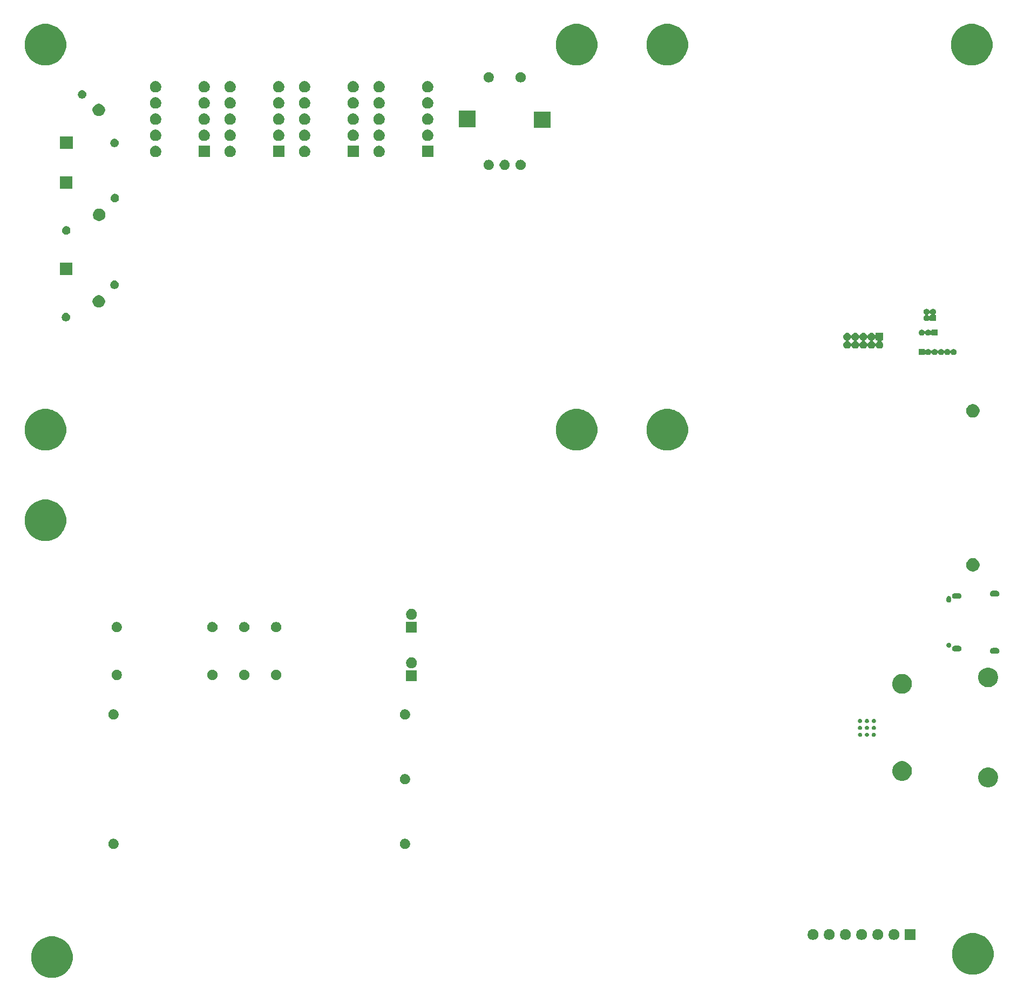
<source format=gbr>
%TF.GenerationSoftware,KiCad,Pcbnew,(5.1.6)-1*%
%TF.CreationDate,2020-09-27T00:12:09-07:00*%
%TF.ProjectId,ReflowOven,5265666c-6f77-44f7-9665-6e2e6b696361,rev?*%
%TF.SameCoordinates,Original*%
%TF.FileFunction,Soldermask,Bot*%
%TF.FilePolarity,Negative*%
%FSLAX46Y46*%
G04 Gerber Fmt 4.6, Leading zero omitted, Abs format (unit mm)*
G04 Created by KiCad (PCBNEW (5.1.6)-1) date 2020-09-27 00:12:09*
%MOMM*%
%LPD*%
G01*
G04 APERTURE LIST*
%ADD10C,0.100000*%
G04 APERTURE END LIST*
D10*
G36*
X25331990Y-171880896D02*
G01*
X25331992Y-171880897D01*
X25331993Y-171880897D01*
X25341524Y-171884845D01*
X25923452Y-172125888D01*
X26078159Y-172229260D01*
X26455753Y-172481559D01*
X26908441Y-172934247D01*
X26955573Y-173004785D01*
X27264112Y-173466548D01*
X27509104Y-174058010D01*
X27634000Y-174685903D01*
X27634000Y-175326097D01*
X27509104Y-175953990D01*
X27509103Y-175953993D01*
X27463621Y-176063796D01*
X27264112Y-176545452D01*
X27220219Y-176611142D01*
X26908441Y-177077753D01*
X26455753Y-177530441D01*
X26317074Y-177623103D01*
X25923452Y-177886112D01*
X25505229Y-178059346D01*
X25331993Y-178131103D01*
X25331992Y-178131103D01*
X25331990Y-178131104D01*
X24704097Y-178256000D01*
X24063903Y-178256000D01*
X23436010Y-178131104D01*
X23436008Y-178131103D01*
X23436007Y-178131103D01*
X23262771Y-178059346D01*
X22844548Y-177886112D01*
X22450926Y-177623103D01*
X22312247Y-177530441D01*
X21859559Y-177077753D01*
X21547781Y-176611142D01*
X21503888Y-176545452D01*
X21304379Y-176063796D01*
X21258897Y-175953993D01*
X21258896Y-175953990D01*
X21134000Y-175326097D01*
X21134000Y-174685903D01*
X21258896Y-174058010D01*
X21503888Y-173466548D01*
X21812427Y-173004785D01*
X21859559Y-172934247D01*
X22312247Y-172481559D01*
X22689841Y-172229260D01*
X22844548Y-172125888D01*
X23426476Y-171884845D01*
X23436007Y-171880897D01*
X23436008Y-171880897D01*
X23436010Y-171880896D01*
X24063903Y-171756000D01*
X24704097Y-171756000D01*
X25331990Y-171880896D01*
G37*
G36*
X169777046Y-171372896D02*
G01*
X169777048Y-171372897D01*
X169777049Y-171372897D01*
X169950285Y-171444654D01*
X170368508Y-171617888D01*
X170563926Y-171748462D01*
X170900809Y-171973559D01*
X171353497Y-172426247D01*
X171385899Y-172474740D01*
X171709168Y-172958548D01*
X171872665Y-173353265D01*
X171919589Y-173466547D01*
X171954160Y-173550010D01*
X172079056Y-174177903D01*
X172079056Y-174818097D01*
X171954160Y-175445990D01*
X171709168Y-176037452D01*
X171633475Y-176150735D01*
X171353497Y-176569753D01*
X170900809Y-177022441D01*
X170756085Y-177119142D01*
X170368508Y-177378112D01*
X170194180Y-177450321D01*
X169777049Y-177623103D01*
X169777048Y-177623103D01*
X169777046Y-177623104D01*
X169149153Y-177748000D01*
X168508959Y-177748000D01*
X167881066Y-177623104D01*
X167881064Y-177623103D01*
X167881063Y-177623103D01*
X167463932Y-177450321D01*
X167289604Y-177378112D01*
X166902027Y-177119142D01*
X166757303Y-177022441D01*
X166304615Y-176569753D01*
X166024637Y-176150735D01*
X165948944Y-176037452D01*
X165703952Y-175445990D01*
X165579056Y-174818097D01*
X165579056Y-174177903D01*
X165703952Y-173550010D01*
X165738524Y-173466547D01*
X165785447Y-173353265D01*
X165948944Y-172958548D01*
X166272213Y-172474740D01*
X166304615Y-172426247D01*
X166757303Y-171973559D01*
X167094186Y-171748462D01*
X167289604Y-171617888D01*
X167707827Y-171444654D01*
X167881063Y-171372897D01*
X167881064Y-171372897D01*
X167881066Y-171372896D01*
X168508959Y-171248000D01*
X169149153Y-171248000D01*
X169777046Y-171372896D01*
G37*
G36*
X159854000Y-172300000D02*
G01*
X158154000Y-172300000D01*
X158154000Y-170600000D01*
X159854000Y-170600000D01*
X159854000Y-172300000D01*
G37*
G36*
X156711936Y-170632665D02*
G01*
X156711938Y-170632666D01*
X156711939Y-170632666D01*
X156866628Y-170696740D01*
X157005842Y-170789760D01*
X157124240Y-170908158D01*
X157217260Y-171047372D01*
X157281334Y-171202061D01*
X157281335Y-171202064D01*
X157314000Y-171366282D01*
X157314000Y-171533718D01*
X157287828Y-171665294D01*
X157281334Y-171697939D01*
X157217260Y-171852628D01*
X157124240Y-171991842D01*
X157005842Y-172110240D01*
X156866628Y-172203260D01*
X156711939Y-172267334D01*
X156711938Y-172267334D01*
X156711936Y-172267335D01*
X156547718Y-172300000D01*
X156380282Y-172300000D01*
X156216064Y-172267335D01*
X156216062Y-172267334D01*
X156216061Y-172267334D01*
X156061372Y-172203260D01*
X155922158Y-172110240D01*
X155803760Y-171991842D01*
X155710740Y-171852628D01*
X155646666Y-171697939D01*
X155640173Y-171665294D01*
X155614000Y-171533718D01*
X155614000Y-171366282D01*
X155646665Y-171202064D01*
X155646666Y-171202061D01*
X155710740Y-171047372D01*
X155803760Y-170908158D01*
X155922158Y-170789760D01*
X156061372Y-170696740D01*
X156216061Y-170632666D01*
X156216062Y-170632666D01*
X156216064Y-170632665D01*
X156380282Y-170600000D01*
X156547718Y-170600000D01*
X156711936Y-170632665D01*
G37*
G36*
X154171936Y-170632665D02*
G01*
X154171938Y-170632666D01*
X154171939Y-170632666D01*
X154326628Y-170696740D01*
X154465842Y-170789760D01*
X154584240Y-170908158D01*
X154677260Y-171047372D01*
X154741334Y-171202061D01*
X154741335Y-171202064D01*
X154774000Y-171366282D01*
X154774000Y-171533718D01*
X154747828Y-171665294D01*
X154741334Y-171697939D01*
X154677260Y-171852628D01*
X154584240Y-171991842D01*
X154465842Y-172110240D01*
X154326628Y-172203260D01*
X154171939Y-172267334D01*
X154171938Y-172267334D01*
X154171936Y-172267335D01*
X154007718Y-172300000D01*
X153840282Y-172300000D01*
X153676064Y-172267335D01*
X153676062Y-172267334D01*
X153676061Y-172267334D01*
X153521372Y-172203260D01*
X153382158Y-172110240D01*
X153263760Y-171991842D01*
X153170740Y-171852628D01*
X153106666Y-171697939D01*
X153100173Y-171665294D01*
X153074000Y-171533718D01*
X153074000Y-171366282D01*
X153106665Y-171202064D01*
X153106666Y-171202061D01*
X153170740Y-171047372D01*
X153263760Y-170908158D01*
X153382158Y-170789760D01*
X153521372Y-170696740D01*
X153676061Y-170632666D01*
X153676062Y-170632666D01*
X153676064Y-170632665D01*
X153840282Y-170600000D01*
X154007718Y-170600000D01*
X154171936Y-170632665D01*
G37*
G36*
X149091936Y-170632665D02*
G01*
X149091938Y-170632666D01*
X149091939Y-170632666D01*
X149246628Y-170696740D01*
X149385842Y-170789760D01*
X149504240Y-170908158D01*
X149597260Y-171047372D01*
X149661334Y-171202061D01*
X149661335Y-171202064D01*
X149694000Y-171366282D01*
X149694000Y-171533718D01*
X149667828Y-171665294D01*
X149661334Y-171697939D01*
X149597260Y-171852628D01*
X149504240Y-171991842D01*
X149385842Y-172110240D01*
X149246628Y-172203260D01*
X149091939Y-172267334D01*
X149091938Y-172267334D01*
X149091936Y-172267335D01*
X148927718Y-172300000D01*
X148760282Y-172300000D01*
X148596064Y-172267335D01*
X148596062Y-172267334D01*
X148596061Y-172267334D01*
X148441372Y-172203260D01*
X148302158Y-172110240D01*
X148183760Y-171991842D01*
X148090740Y-171852628D01*
X148026666Y-171697939D01*
X148020173Y-171665294D01*
X147994000Y-171533718D01*
X147994000Y-171366282D01*
X148026665Y-171202064D01*
X148026666Y-171202061D01*
X148090740Y-171047372D01*
X148183760Y-170908158D01*
X148302158Y-170789760D01*
X148441372Y-170696740D01*
X148596061Y-170632666D01*
X148596062Y-170632666D01*
X148596064Y-170632665D01*
X148760282Y-170600000D01*
X148927718Y-170600000D01*
X149091936Y-170632665D01*
G37*
G36*
X146551936Y-170632665D02*
G01*
X146551938Y-170632666D01*
X146551939Y-170632666D01*
X146706628Y-170696740D01*
X146845842Y-170789760D01*
X146964240Y-170908158D01*
X147057260Y-171047372D01*
X147121334Y-171202061D01*
X147121335Y-171202064D01*
X147154000Y-171366282D01*
X147154000Y-171533718D01*
X147127828Y-171665294D01*
X147121334Y-171697939D01*
X147057260Y-171852628D01*
X146964240Y-171991842D01*
X146845842Y-172110240D01*
X146706628Y-172203260D01*
X146551939Y-172267334D01*
X146551938Y-172267334D01*
X146551936Y-172267335D01*
X146387718Y-172300000D01*
X146220282Y-172300000D01*
X146056064Y-172267335D01*
X146056062Y-172267334D01*
X146056061Y-172267334D01*
X145901372Y-172203260D01*
X145762158Y-172110240D01*
X145643760Y-171991842D01*
X145550740Y-171852628D01*
X145486666Y-171697939D01*
X145480173Y-171665294D01*
X145454000Y-171533718D01*
X145454000Y-171366282D01*
X145486665Y-171202064D01*
X145486666Y-171202061D01*
X145550740Y-171047372D01*
X145643760Y-170908158D01*
X145762158Y-170789760D01*
X145901372Y-170696740D01*
X146056061Y-170632666D01*
X146056062Y-170632666D01*
X146056064Y-170632665D01*
X146220282Y-170600000D01*
X146387718Y-170600000D01*
X146551936Y-170632665D01*
G37*
G36*
X144011936Y-170632665D02*
G01*
X144011938Y-170632666D01*
X144011939Y-170632666D01*
X144166628Y-170696740D01*
X144305842Y-170789760D01*
X144424240Y-170908158D01*
X144517260Y-171047372D01*
X144581334Y-171202061D01*
X144581335Y-171202064D01*
X144614000Y-171366282D01*
X144614000Y-171533718D01*
X144587828Y-171665294D01*
X144581334Y-171697939D01*
X144517260Y-171852628D01*
X144424240Y-171991842D01*
X144305842Y-172110240D01*
X144166628Y-172203260D01*
X144011939Y-172267334D01*
X144011938Y-172267334D01*
X144011936Y-172267335D01*
X143847718Y-172300000D01*
X143680282Y-172300000D01*
X143516064Y-172267335D01*
X143516062Y-172267334D01*
X143516061Y-172267334D01*
X143361372Y-172203260D01*
X143222158Y-172110240D01*
X143103760Y-171991842D01*
X143010740Y-171852628D01*
X142946666Y-171697939D01*
X142940173Y-171665294D01*
X142914000Y-171533718D01*
X142914000Y-171366282D01*
X142946665Y-171202064D01*
X142946666Y-171202061D01*
X143010740Y-171047372D01*
X143103760Y-170908158D01*
X143222158Y-170789760D01*
X143361372Y-170696740D01*
X143516061Y-170632666D01*
X143516062Y-170632666D01*
X143516064Y-170632665D01*
X143680282Y-170600000D01*
X143847718Y-170600000D01*
X144011936Y-170632665D01*
G37*
G36*
X151631936Y-170632665D02*
G01*
X151631938Y-170632666D01*
X151631939Y-170632666D01*
X151786628Y-170696740D01*
X151925842Y-170789760D01*
X152044240Y-170908158D01*
X152137260Y-171047372D01*
X152201334Y-171202061D01*
X152201335Y-171202064D01*
X152234000Y-171366282D01*
X152234000Y-171533718D01*
X152207828Y-171665294D01*
X152201334Y-171697939D01*
X152137260Y-171852628D01*
X152044240Y-171991842D01*
X151925842Y-172110240D01*
X151786628Y-172203260D01*
X151631939Y-172267334D01*
X151631938Y-172267334D01*
X151631936Y-172267335D01*
X151467718Y-172300000D01*
X151300282Y-172300000D01*
X151136064Y-172267335D01*
X151136062Y-172267334D01*
X151136061Y-172267334D01*
X150981372Y-172203260D01*
X150842158Y-172110240D01*
X150723760Y-171991842D01*
X150630740Y-171852628D01*
X150566666Y-171697939D01*
X150560173Y-171665294D01*
X150534000Y-171533718D01*
X150534000Y-171366282D01*
X150566665Y-171202064D01*
X150566666Y-171202061D01*
X150630740Y-171047372D01*
X150723760Y-170908158D01*
X150842158Y-170789760D01*
X150981372Y-170696740D01*
X151136061Y-170632666D01*
X151136062Y-170632666D01*
X151136064Y-170632665D01*
X151300282Y-170600000D01*
X151467718Y-170600000D01*
X151631936Y-170632665D01*
G37*
G36*
X79914413Y-156429602D02*
G01*
X79992854Y-156445205D01*
X80140628Y-156506416D01*
X80273619Y-156595277D01*
X80386723Y-156708381D01*
X80475584Y-156841372D01*
X80536795Y-156989146D01*
X80568000Y-157146027D01*
X80568000Y-157305973D01*
X80536795Y-157462854D01*
X80475584Y-157610628D01*
X80386723Y-157743619D01*
X80273619Y-157856723D01*
X80140628Y-157945584D01*
X79992854Y-158006795D01*
X79914413Y-158022398D01*
X79835975Y-158038000D01*
X79676025Y-158038000D01*
X79597587Y-158022398D01*
X79519146Y-158006795D01*
X79371372Y-157945584D01*
X79238381Y-157856723D01*
X79125277Y-157743619D01*
X79036416Y-157610628D01*
X78975205Y-157462854D01*
X78944000Y-157305973D01*
X78944000Y-157146027D01*
X78975205Y-156989146D01*
X79036416Y-156841372D01*
X79125277Y-156708381D01*
X79238381Y-156595277D01*
X79371372Y-156506416D01*
X79519146Y-156445205D01*
X79597587Y-156429602D01*
X79676025Y-156414000D01*
X79835975Y-156414000D01*
X79914413Y-156429602D01*
G37*
G36*
X34194413Y-156429602D02*
G01*
X34272854Y-156445205D01*
X34420628Y-156506416D01*
X34553619Y-156595277D01*
X34666723Y-156708381D01*
X34755584Y-156841372D01*
X34816795Y-156989146D01*
X34848000Y-157146027D01*
X34848000Y-157305973D01*
X34816795Y-157462854D01*
X34755584Y-157610628D01*
X34666723Y-157743619D01*
X34553619Y-157856723D01*
X34420628Y-157945584D01*
X34272854Y-158006795D01*
X34194413Y-158022398D01*
X34115975Y-158038000D01*
X33956025Y-158038000D01*
X33877587Y-158022398D01*
X33799146Y-158006795D01*
X33651372Y-157945584D01*
X33518381Y-157856723D01*
X33405277Y-157743619D01*
X33316416Y-157610628D01*
X33255205Y-157462854D01*
X33224000Y-157305973D01*
X33224000Y-157146027D01*
X33255205Y-156989146D01*
X33316416Y-156841372D01*
X33405277Y-156708381D01*
X33518381Y-156595277D01*
X33651372Y-156506416D01*
X33799146Y-156445205D01*
X33877587Y-156429602D01*
X33956025Y-156414000D01*
X34115975Y-156414000D01*
X34194413Y-156429602D01*
G37*
G36*
X171686118Y-145305565D02*
G01*
X171686120Y-145305566D01*
X171686121Y-145305566D01*
X171968202Y-145422409D01*
X172095134Y-145507222D01*
X172222068Y-145592036D01*
X172437964Y-145807932D01*
X172437965Y-145807934D01*
X172607591Y-146061798D01*
X172687205Y-146254000D01*
X172724435Y-146343882D01*
X172784000Y-146643338D01*
X172784000Y-146948662D01*
X172740055Y-147169592D01*
X172724434Y-147248121D01*
X172683891Y-147346000D01*
X172607592Y-147530200D01*
X172437964Y-147784068D01*
X172222068Y-147999964D01*
X172095134Y-148084778D01*
X171968202Y-148169591D01*
X171686121Y-148286434D01*
X171686120Y-148286434D01*
X171686118Y-148286435D01*
X171386662Y-148346000D01*
X171081338Y-148346000D01*
X170781882Y-148286435D01*
X170781880Y-148286434D01*
X170781879Y-148286434D01*
X170499798Y-148169591D01*
X170372866Y-148084778D01*
X170245932Y-147999964D01*
X170030036Y-147784068D01*
X169860408Y-147530200D01*
X169784109Y-147346000D01*
X169743566Y-147248121D01*
X169727946Y-147169592D01*
X169684000Y-146948662D01*
X169684000Y-146643338D01*
X169743565Y-146343882D01*
X169780796Y-146254000D01*
X169860409Y-146061798D01*
X170030035Y-145807934D01*
X170030036Y-145807932D01*
X170245932Y-145592036D01*
X170372866Y-145507222D01*
X170499798Y-145422409D01*
X170781879Y-145305566D01*
X170781880Y-145305566D01*
X170781882Y-145305565D01*
X171081338Y-145246000D01*
X171386662Y-145246000D01*
X171686118Y-145305565D01*
G37*
G36*
X79914414Y-146269603D02*
G01*
X79992854Y-146285205D01*
X80115274Y-146335914D01*
X80134511Y-146343882D01*
X80140628Y-146346416D01*
X80273619Y-146435277D01*
X80386723Y-146548381D01*
X80475584Y-146681372D01*
X80536795Y-146829146D01*
X80536795Y-146829148D01*
X80560568Y-146948660D01*
X80568000Y-146986027D01*
X80568000Y-147145973D01*
X80536795Y-147302854D01*
X80475584Y-147450628D01*
X80386723Y-147583619D01*
X80273619Y-147696723D01*
X80140628Y-147785584D01*
X79992854Y-147846795D01*
X79914413Y-147862398D01*
X79835975Y-147878000D01*
X79676025Y-147878000D01*
X79597587Y-147862398D01*
X79519146Y-147846795D01*
X79371372Y-147785584D01*
X79238381Y-147696723D01*
X79125277Y-147583619D01*
X79036416Y-147450628D01*
X78975205Y-147302854D01*
X78944000Y-147145973D01*
X78944000Y-146986027D01*
X78951433Y-146948660D01*
X78975205Y-146829148D01*
X78975205Y-146829146D01*
X79036416Y-146681372D01*
X79125277Y-146548381D01*
X79238381Y-146435277D01*
X79371372Y-146346416D01*
X79377490Y-146343882D01*
X79396726Y-146335914D01*
X79519146Y-146285205D01*
X79597586Y-146269603D01*
X79676025Y-146254000D01*
X79835975Y-146254000D01*
X79914414Y-146269603D01*
G37*
G36*
X158186118Y-144305565D02*
G01*
X158186120Y-144305566D01*
X158186121Y-144305566D01*
X158468202Y-144422409D01*
X158595134Y-144507222D01*
X158722068Y-144592036D01*
X158937964Y-144807932D01*
X158937965Y-144807934D01*
X159107591Y-145061798D01*
X159208564Y-145305565D01*
X159224435Y-145343882D01*
X159284000Y-145643338D01*
X159284000Y-145948662D01*
X159224435Y-146248118D01*
X159107592Y-146530200D01*
X158937964Y-146784068D01*
X158722068Y-146999964D01*
X158595134Y-147084778D01*
X158468202Y-147169591D01*
X158186121Y-147286434D01*
X158186120Y-147286434D01*
X158186118Y-147286435D01*
X157886662Y-147346000D01*
X157581338Y-147346000D01*
X157281882Y-147286435D01*
X157281880Y-147286434D01*
X157281879Y-147286434D01*
X156999798Y-147169591D01*
X156872866Y-147084778D01*
X156745932Y-146999964D01*
X156530036Y-146784068D01*
X156360408Y-146530200D01*
X156243565Y-146248118D01*
X156184000Y-145948662D01*
X156184000Y-145643338D01*
X156243565Y-145343882D01*
X156259437Y-145305565D01*
X156360409Y-145061798D01*
X156530035Y-144807934D01*
X156530036Y-144807932D01*
X156745932Y-144592036D01*
X156872866Y-144507222D01*
X156999798Y-144422409D01*
X157281879Y-144305566D01*
X157281880Y-144305566D01*
X157281882Y-144305565D01*
X157581338Y-144246000D01*
X157886662Y-144246000D01*
X158186118Y-144305565D01*
G37*
G36*
X151223582Y-139780162D02*
G01*
X151281971Y-139804348D01*
X151334520Y-139839460D01*
X151379206Y-139884146D01*
X151414318Y-139936695D01*
X151438504Y-139995084D01*
X151450833Y-140057066D01*
X151450833Y-140120266D01*
X151438504Y-140182248D01*
X151414318Y-140240637D01*
X151379206Y-140293186D01*
X151334520Y-140337872D01*
X151281971Y-140372984D01*
X151223582Y-140397170D01*
X151161600Y-140409499D01*
X151098400Y-140409499D01*
X151036418Y-140397170D01*
X150978029Y-140372984D01*
X150925480Y-140337872D01*
X150880794Y-140293186D01*
X150845682Y-140240637D01*
X150821496Y-140182248D01*
X150809167Y-140120266D01*
X150809167Y-140057066D01*
X150821496Y-139995084D01*
X150845682Y-139936695D01*
X150880794Y-139884146D01*
X150925480Y-139839460D01*
X150978029Y-139804348D01*
X151036418Y-139780162D01*
X151098400Y-139767833D01*
X151161600Y-139767833D01*
X151223582Y-139780162D01*
G37*
G36*
X152306915Y-139780162D02*
G01*
X152365304Y-139804348D01*
X152417853Y-139839460D01*
X152462539Y-139884146D01*
X152497651Y-139936695D01*
X152521837Y-139995084D01*
X152534166Y-140057066D01*
X152534166Y-140120266D01*
X152521837Y-140182248D01*
X152497651Y-140240637D01*
X152462539Y-140293186D01*
X152417853Y-140337872D01*
X152365304Y-140372984D01*
X152306915Y-140397170D01*
X152244933Y-140409499D01*
X152181733Y-140409499D01*
X152119751Y-140397170D01*
X152061362Y-140372984D01*
X152008813Y-140337872D01*
X151964127Y-140293186D01*
X151929015Y-140240637D01*
X151904829Y-140182248D01*
X151892500Y-140120266D01*
X151892500Y-140057066D01*
X151904829Y-139995084D01*
X151929015Y-139936695D01*
X151964127Y-139884146D01*
X152008813Y-139839460D01*
X152061362Y-139804348D01*
X152119751Y-139780162D01*
X152181733Y-139767833D01*
X152244933Y-139767833D01*
X152306915Y-139780162D01*
G37*
G36*
X153390248Y-139780162D02*
G01*
X153448637Y-139804348D01*
X153501186Y-139839460D01*
X153545872Y-139884146D01*
X153580984Y-139936695D01*
X153605170Y-139995084D01*
X153617499Y-140057066D01*
X153617499Y-140120266D01*
X153605170Y-140182248D01*
X153580984Y-140240637D01*
X153545872Y-140293186D01*
X153501186Y-140337872D01*
X153448637Y-140372984D01*
X153390248Y-140397170D01*
X153328266Y-140409499D01*
X153265066Y-140409499D01*
X153203084Y-140397170D01*
X153144695Y-140372984D01*
X153092146Y-140337872D01*
X153047460Y-140293186D01*
X153012348Y-140240637D01*
X152988162Y-140182248D01*
X152975833Y-140120266D01*
X152975833Y-140057066D01*
X152988162Y-139995084D01*
X153012348Y-139936695D01*
X153047460Y-139884146D01*
X153092146Y-139839460D01*
X153144695Y-139804348D01*
X153203084Y-139780162D01*
X153265066Y-139767833D01*
X153328266Y-139767833D01*
X153390248Y-139780162D01*
G37*
G36*
X151223582Y-138696829D02*
G01*
X151281971Y-138721015D01*
X151334520Y-138756127D01*
X151379206Y-138800813D01*
X151414318Y-138853362D01*
X151438504Y-138911751D01*
X151450833Y-138973733D01*
X151450833Y-139036933D01*
X151438504Y-139098915D01*
X151414318Y-139157304D01*
X151379206Y-139209853D01*
X151334520Y-139254539D01*
X151281971Y-139289651D01*
X151223582Y-139313837D01*
X151161600Y-139326166D01*
X151098400Y-139326166D01*
X151036418Y-139313837D01*
X150978029Y-139289651D01*
X150925480Y-139254539D01*
X150880794Y-139209853D01*
X150845682Y-139157304D01*
X150821496Y-139098915D01*
X150809167Y-139036933D01*
X150809167Y-138973733D01*
X150821496Y-138911751D01*
X150845682Y-138853362D01*
X150880794Y-138800813D01*
X150925480Y-138756127D01*
X150978029Y-138721015D01*
X151036418Y-138696829D01*
X151098400Y-138684500D01*
X151161600Y-138684500D01*
X151223582Y-138696829D01*
G37*
G36*
X152306915Y-138696829D02*
G01*
X152365304Y-138721015D01*
X152417853Y-138756127D01*
X152462539Y-138800813D01*
X152497651Y-138853362D01*
X152521837Y-138911751D01*
X152534166Y-138973733D01*
X152534166Y-139036933D01*
X152521837Y-139098915D01*
X152497651Y-139157304D01*
X152462539Y-139209853D01*
X152417853Y-139254539D01*
X152365304Y-139289651D01*
X152306915Y-139313837D01*
X152244933Y-139326166D01*
X152181733Y-139326166D01*
X152119751Y-139313837D01*
X152061362Y-139289651D01*
X152008813Y-139254539D01*
X151964127Y-139209853D01*
X151929015Y-139157304D01*
X151904829Y-139098915D01*
X151892500Y-139036933D01*
X151892500Y-138973733D01*
X151904829Y-138911751D01*
X151929015Y-138853362D01*
X151964127Y-138800813D01*
X152008813Y-138756127D01*
X152061362Y-138721015D01*
X152119751Y-138696829D01*
X152181733Y-138684500D01*
X152244933Y-138684500D01*
X152306915Y-138696829D01*
G37*
G36*
X153390248Y-138696829D02*
G01*
X153448637Y-138721015D01*
X153501186Y-138756127D01*
X153545872Y-138800813D01*
X153580984Y-138853362D01*
X153605170Y-138911751D01*
X153617499Y-138973733D01*
X153617499Y-139036933D01*
X153605170Y-139098915D01*
X153580984Y-139157304D01*
X153545872Y-139209853D01*
X153501186Y-139254539D01*
X153448637Y-139289651D01*
X153390248Y-139313837D01*
X153328266Y-139326166D01*
X153265066Y-139326166D01*
X153203084Y-139313837D01*
X153144695Y-139289651D01*
X153092146Y-139254539D01*
X153047460Y-139209853D01*
X153012348Y-139157304D01*
X152988162Y-139098915D01*
X152975833Y-139036933D01*
X152975833Y-138973733D01*
X152988162Y-138911751D01*
X153012348Y-138853362D01*
X153047460Y-138800813D01*
X153092146Y-138756127D01*
X153144695Y-138721015D01*
X153203084Y-138696829D01*
X153265066Y-138684500D01*
X153328266Y-138684500D01*
X153390248Y-138696829D01*
G37*
G36*
X152306915Y-137613496D02*
G01*
X152365304Y-137637682D01*
X152417852Y-137672793D01*
X152462540Y-137717481D01*
X152497651Y-137770029D01*
X152521837Y-137828418D01*
X152534166Y-137890400D01*
X152534166Y-137953600D01*
X152521837Y-138015582D01*
X152497651Y-138073971D01*
X152462539Y-138126520D01*
X152417853Y-138171206D01*
X152365304Y-138206318D01*
X152306915Y-138230504D01*
X152244933Y-138242833D01*
X152181733Y-138242833D01*
X152119751Y-138230504D01*
X152061362Y-138206318D01*
X152008813Y-138171206D01*
X151964127Y-138126520D01*
X151929015Y-138073971D01*
X151904829Y-138015582D01*
X151892500Y-137953600D01*
X151892500Y-137890400D01*
X151904829Y-137828418D01*
X151929015Y-137770029D01*
X151964126Y-137717481D01*
X152008814Y-137672793D01*
X152061362Y-137637682D01*
X152119751Y-137613496D01*
X152181733Y-137601167D01*
X152244933Y-137601167D01*
X152306915Y-137613496D01*
G37*
G36*
X153390248Y-137613496D02*
G01*
X153448637Y-137637682D01*
X153501185Y-137672793D01*
X153545873Y-137717481D01*
X153580984Y-137770029D01*
X153605170Y-137828418D01*
X153617499Y-137890400D01*
X153617499Y-137953600D01*
X153605170Y-138015582D01*
X153580984Y-138073971D01*
X153545872Y-138126520D01*
X153501186Y-138171206D01*
X153448637Y-138206318D01*
X153390248Y-138230504D01*
X153328266Y-138242833D01*
X153265066Y-138242833D01*
X153203084Y-138230504D01*
X153144695Y-138206318D01*
X153092146Y-138171206D01*
X153047460Y-138126520D01*
X153012348Y-138073971D01*
X152988162Y-138015582D01*
X152975833Y-137953600D01*
X152975833Y-137890400D01*
X152988162Y-137828418D01*
X153012348Y-137770029D01*
X153047459Y-137717481D01*
X153092147Y-137672793D01*
X153144695Y-137637682D01*
X153203084Y-137613496D01*
X153265066Y-137601167D01*
X153328266Y-137601167D01*
X153390248Y-137613496D01*
G37*
G36*
X151223582Y-137613496D02*
G01*
X151281971Y-137637682D01*
X151334519Y-137672793D01*
X151379207Y-137717481D01*
X151414318Y-137770029D01*
X151438504Y-137828418D01*
X151450833Y-137890400D01*
X151450833Y-137953600D01*
X151438504Y-138015582D01*
X151414318Y-138073971D01*
X151379206Y-138126520D01*
X151334520Y-138171206D01*
X151281971Y-138206318D01*
X151223582Y-138230504D01*
X151161600Y-138242833D01*
X151098400Y-138242833D01*
X151036418Y-138230504D01*
X150978029Y-138206318D01*
X150925480Y-138171206D01*
X150880794Y-138126520D01*
X150845682Y-138073971D01*
X150821496Y-138015582D01*
X150809167Y-137953600D01*
X150809167Y-137890400D01*
X150821496Y-137828418D01*
X150845682Y-137770029D01*
X150880793Y-137717481D01*
X150925481Y-137672793D01*
X150978029Y-137637682D01*
X151036418Y-137613496D01*
X151098400Y-137601167D01*
X151161600Y-137601167D01*
X151223582Y-137613496D01*
G37*
G36*
X79914414Y-136109603D02*
G01*
X79992854Y-136125205D01*
X80140628Y-136186416D01*
X80273619Y-136275277D01*
X80386723Y-136388381D01*
X80475584Y-136521372D01*
X80536795Y-136669146D01*
X80568000Y-136826027D01*
X80568000Y-136985973D01*
X80536795Y-137142854D01*
X80475584Y-137290628D01*
X80386723Y-137423619D01*
X80273619Y-137536723D01*
X80140628Y-137625584D01*
X79992854Y-137686795D01*
X79914413Y-137702398D01*
X79835975Y-137718000D01*
X79676025Y-137718000D01*
X79597587Y-137702398D01*
X79519146Y-137686795D01*
X79371372Y-137625584D01*
X79238381Y-137536723D01*
X79125277Y-137423619D01*
X79036416Y-137290628D01*
X78975205Y-137142854D01*
X78944000Y-136985973D01*
X78944000Y-136826027D01*
X78975205Y-136669146D01*
X79036416Y-136521372D01*
X79125277Y-136388381D01*
X79238381Y-136275277D01*
X79371372Y-136186416D01*
X79519146Y-136125205D01*
X79597586Y-136109603D01*
X79676025Y-136094000D01*
X79835975Y-136094000D01*
X79914414Y-136109603D01*
G37*
G36*
X34194414Y-136109603D02*
G01*
X34272854Y-136125205D01*
X34420628Y-136186416D01*
X34553619Y-136275277D01*
X34666723Y-136388381D01*
X34755584Y-136521372D01*
X34816795Y-136669146D01*
X34848000Y-136826027D01*
X34848000Y-136985973D01*
X34816795Y-137142854D01*
X34755584Y-137290628D01*
X34666723Y-137423619D01*
X34553619Y-137536723D01*
X34420628Y-137625584D01*
X34272854Y-137686795D01*
X34194413Y-137702398D01*
X34115975Y-137718000D01*
X33956025Y-137718000D01*
X33877587Y-137702398D01*
X33799146Y-137686795D01*
X33651372Y-137625584D01*
X33518381Y-137536723D01*
X33405277Y-137423619D01*
X33316416Y-137290628D01*
X33255205Y-137142854D01*
X33224000Y-136985973D01*
X33224000Y-136826027D01*
X33255205Y-136669146D01*
X33316416Y-136521372D01*
X33405277Y-136388381D01*
X33518381Y-136275277D01*
X33651372Y-136186416D01*
X33799146Y-136125205D01*
X33877586Y-136109603D01*
X33956025Y-136094000D01*
X34115975Y-136094000D01*
X34194414Y-136109603D01*
G37*
G36*
X158186118Y-130605565D02*
G01*
X158186120Y-130605566D01*
X158186121Y-130605566D01*
X158468202Y-130722409D01*
X158539387Y-130769973D01*
X158722068Y-130892036D01*
X158937964Y-131107932D01*
X158937965Y-131107934D01*
X159080146Y-131320723D01*
X159107592Y-131361800D01*
X159224435Y-131643882D01*
X159284000Y-131943338D01*
X159284000Y-132248662D01*
X159240055Y-132469592D01*
X159224434Y-132548121D01*
X159183891Y-132646000D01*
X159107592Y-132830200D01*
X158937964Y-133084068D01*
X158722068Y-133299964D01*
X158595134Y-133384778D01*
X158468202Y-133469591D01*
X158186121Y-133586434D01*
X158186120Y-133586434D01*
X158186118Y-133586435D01*
X157886662Y-133646000D01*
X157581338Y-133646000D01*
X157281882Y-133586435D01*
X157281880Y-133586434D01*
X157281879Y-133586434D01*
X156999798Y-133469591D01*
X156872866Y-133384778D01*
X156745932Y-133299964D01*
X156530036Y-133084068D01*
X156360408Y-132830200D01*
X156284109Y-132646000D01*
X156243566Y-132548121D01*
X156227946Y-132469592D01*
X156184000Y-132248662D01*
X156184000Y-131943338D01*
X156243565Y-131643882D01*
X156360408Y-131361800D01*
X156387855Y-131320723D01*
X156530035Y-131107934D01*
X156530036Y-131107932D01*
X156745932Y-130892036D01*
X156928613Y-130769973D01*
X156999798Y-130722409D01*
X157281879Y-130605566D01*
X157281880Y-130605566D01*
X157281882Y-130605565D01*
X157581338Y-130546000D01*
X157886662Y-130546000D01*
X158186118Y-130605565D01*
G37*
G36*
X171686118Y-129605565D02*
G01*
X171686120Y-129605566D01*
X171686121Y-129605566D01*
X171968202Y-129722409D01*
X172095134Y-129807222D01*
X172222068Y-129892036D01*
X172437964Y-130107932D01*
X172437965Y-130107934D01*
X172607591Y-130361798D01*
X172708564Y-130605565D01*
X172724435Y-130643882D01*
X172784000Y-130943338D01*
X172784000Y-131248662D01*
X172724435Y-131548118D01*
X172607592Y-131830200D01*
X172437964Y-132084068D01*
X172222068Y-132299964D01*
X172095134Y-132384778D01*
X171968202Y-132469591D01*
X171686121Y-132586434D01*
X171686120Y-132586434D01*
X171686118Y-132586435D01*
X171386662Y-132646000D01*
X171081338Y-132646000D01*
X170781882Y-132586435D01*
X170781880Y-132586434D01*
X170781879Y-132586434D01*
X170499798Y-132469591D01*
X170372866Y-132384778D01*
X170245932Y-132299964D01*
X170030036Y-132084068D01*
X169860408Y-131830200D01*
X169743565Y-131548118D01*
X169684000Y-131248662D01*
X169684000Y-130943338D01*
X169743565Y-130643882D01*
X169759437Y-130605565D01*
X169860409Y-130361798D01*
X170030035Y-130107934D01*
X170030036Y-130107932D01*
X170245932Y-129892036D01*
X170372866Y-129807222D01*
X170499798Y-129722409D01*
X170781879Y-129605566D01*
X170781880Y-129605566D01*
X170781882Y-129605565D01*
X171081338Y-129546000D01*
X171386662Y-129546000D01*
X171686118Y-129605565D01*
G37*
G36*
X81622000Y-131660000D02*
G01*
X79922000Y-131660000D01*
X79922000Y-129960000D01*
X81622000Y-129960000D01*
X81622000Y-131660000D01*
G37*
G36*
X54694533Y-129892035D02*
G01*
X54780854Y-129909205D01*
X54928628Y-129970416D01*
X55061619Y-130059277D01*
X55174723Y-130172381D01*
X55263584Y-130305372D01*
X55324795Y-130453146D01*
X55324795Y-130453148D01*
X55355113Y-130605565D01*
X55356000Y-130610027D01*
X55356000Y-130769973D01*
X55324795Y-130926854D01*
X55263584Y-131074628D01*
X55174723Y-131207619D01*
X55061619Y-131320723D01*
X54928628Y-131409584D01*
X54780854Y-131470795D01*
X54702413Y-131486398D01*
X54623975Y-131502000D01*
X54464025Y-131502000D01*
X54385587Y-131486398D01*
X54307146Y-131470795D01*
X54159372Y-131409584D01*
X54026381Y-131320723D01*
X53913277Y-131207619D01*
X53824416Y-131074628D01*
X53763205Y-130926854D01*
X53732000Y-130769973D01*
X53732000Y-130610027D01*
X53732888Y-130605565D01*
X53763205Y-130453148D01*
X53763205Y-130453146D01*
X53824416Y-130305372D01*
X53913277Y-130172381D01*
X54026381Y-130059277D01*
X54159372Y-129970416D01*
X54307146Y-129909205D01*
X54393467Y-129892035D01*
X54464025Y-129878000D01*
X54623975Y-129878000D01*
X54694533Y-129892035D01*
G37*
G36*
X34694533Y-129892035D02*
G01*
X34780854Y-129909205D01*
X34928628Y-129970416D01*
X35061619Y-130059277D01*
X35174723Y-130172381D01*
X35263584Y-130305372D01*
X35324795Y-130453146D01*
X35324795Y-130453148D01*
X35355113Y-130605565D01*
X35356000Y-130610027D01*
X35356000Y-130769973D01*
X35324795Y-130926854D01*
X35263584Y-131074628D01*
X35174723Y-131207619D01*
X35061619Y-131320723D01*
X34928628Y-131409584D01*
X34780854Y-131470795D01*
X34702413Y-131486398D01*
X34623975Y-131502000D01*
X34464025Y-131502000D01*
X34385587Y-131486398D01*
X34307146Y-131470795D01*
X34159372Y-131409584D01*
X34026381Y-131320723D01*
X33913277Y-131207619D01*
X33824416Y-131074628D01*
X33763205Y-130926854D01*
X33732000Y-130769973D01*
X33732000Y-130610027D01*
X33732888Y-130605565D01*
X33763205Y-130453148D01*
X33763205Y-130453146D01*
X33824416Y-130305372D01*
X33913277Y-130172381D01*
X34026381Y-130059277D01*
X34159372Y-129970416D01*
X34307146Y-129909205D01*
X34393467Y-129892035D01*
X34464025Y-129878000D01*
X34623975Y-129878000D01*
X34694533Y-129892035D01*
G37*
G36*
X49694533Y-129892035D02*
G01*
X49780854Y-129909205D01*
X49928628Y-129970416D01*
X50061619Y-130059277D01*
X50174723Y-130172381D01*
X50263584Y-130305372D01*
X50324795Y-130453146D01*
X50324795Y-130453148D01*
X50355113Y-130605565D01*
X50356000Y-130610027D01*
X50356000Y-130769973D01*
X50324795Y-130926854D01*
X50263584Y-131074628D01*
X50174723Y-131207619D01*
X50061619Y-131320723D01*
X49928628Y-131409584D01*
X49780854Y-131470795D01*
X49702413Y-131486398D01*
X49623975Y-131502000D01*
X49464025Y-131502000D01*
X49385587Y-131486398D01*
X49307146Y-131470795D01*
X49159372Y-131409584D01*
X49026381Y-131320723D01*
X48913277Y-131207619D01*
X48824416Y-131074628D01*
X48763205Y-130926854D01*
X48732000Y-130769973D01*
X48732000Y-130610027D01*
X48732888Y-130605565D01*
X48763205Y-130453148D01*
X48763205Y-130453146D01*
X48824416Y-130305372D01*
X48913277Y-130172381D01*
X49026381Y-130059277D01*
X49159372Y-129970416D01*
X49307146Y-129909205D01*
X49393467Y-129892035D01*
X49464025Y-129878000D01*
X49623975Y-129878000D01*
X49694533Y-129892035D01*
G37*
G36*
X59694533Y-129892035D02*
G01*
X59780854Y-129909205D01*
X59928628Y-129970416D01*
X60061619Y-130059277D01*
X60174723Y-130172381D01*
X60263584Y-130305372D01*
X60324795Y-130453146D01*
X60324795Y-130453148D01*
X60355113Y-130605565D01*
X60356000Y-130610027D01*
X60356000Y-130769973D01*
X60324795Y-130926854D01*
X60263584Y-131074628D01*
X60174723Y-131207619D01*
X60061619Y-131320723D01*
X59928628Y-131409584D01*
X59780854Y-131470795D01*
X59702413Y-131486398D01*
X59623975Y-131502000D01*
X59464025Y-131502000D01*
X59385587Y-131486398D01*
X59307146Y-131470795D01*
X59159372Y-131409584D01*
X59026381Y-131320723D01*
X58913277Y-131207619D01*
X58824416Y-131074628D01*
X58763205Y-130926854D01*
X58732000Y-130769973D01*
X58732000Y-130610027D01*
X58732888Y-130605565D01*
X58763205Y-130453148D01*
X58763205Y-130453146D01*
X58824416Y-130305372D01*
X58913277Y-130172381D01*
X59026381Y-130059277D01*
X59159372Y-129970416D01*
X59307146Y-129909205D01*
X59393467Y-129892035D01*
X59464025Y-129878000D01*
X59623975Y-129878000D01*
X59694533Y-129892035D01*
G37*
G36*
X81019936Y-127992665D02*
G01*
X81019938Y-127992666D01*
X81019939Y-127992666D01*
X81174628Y-128056740D01*
X81313842Y-128149760D01*
X81432240Y-128268158D01*
X81525260Y-128407372D01*
X81589334Y-128562061D01*
X81622000Y-128726284D01*
X81622000Y-128893716D01*
X81589334Y-129057939D01*
X81525260Y-129212628D01*
X81432240Y-129351842D01*
X81313842Y-129470240D01*
X81174628Y-129563260D01*
X81019939Y-129627334D01*
X81019938Y-129627334D01*
X81019936Y-129627335D01*
X80855718Y-129660000D01*
X80688282Y-129660000D01*
X80524064Y-129627335D01*
X80524062Y-129627334D01*
X80524061Y-129627334D01*
X80369372Y-129563260D01*
X80230158Y-129470240D01*
X80111760Y-129351842D01*
X80018740Y-129212628D01*
X79954666Y-129057939D01*
X79922000Y-128893716D01*
X79922000Y-128726284D01*
X79954666Y-128562061D01*
X80018740Y-128407372D01*
X80111760Y-128268158D01*
X80230158Y-128149760D01*
X80369372Y-128056740D01*
X80524061Y-127992666D01*
X80524062Y-127992666D01*
X80524064Y-127992665D01*
X80688282Y-127960000D01*
X80855718Y-127960000D01*
X81019936Y-127992665D01*
G37*
G36*
X172646215Y-126474511D02*
G01*
X172731041Y-126500243D01*
X172731043Y-126500244D01*
X172809214Y-126542027D01*
X172877738Y-126598262D01*
X172933973Y-126666786D01*
X172975756Y-126744957D01*
X173001490Y-126829788D01*
X173010178Y-126918000D01*
X173001490Y-127006212D01*
X172975756Y-127091043D01*
X172933973Y-127169214D01*
X172877738Y-127237738D01*
X172809214Y-127293973D01*
X172731043Y-127335756D01*
X172731041Y-127335757D01*
X172646215Y-127361489D01*
X172580105Y-127368000D01*
X171935895Y-127368000D01*
X171869785Y-127361489D01*
X171784959Y-127335757D01*
X171784957Y-127335756D01*
X171706786Y-127293973D01*
X171638262Y-127237738D01*
X171582027Y-127169214D01*
X171540244Y-127091043D01*
X171514510Y-127006212D01*
X171505822Y-126918000D01*
X171514510Y-126829788D01*
X171540244Y-126744957D01*
X171582027Y-126666786D01*
X171638262Y-126598262D01*
X171706786Y-126542027D01*
X171784957Y-126500244D01*
X171784959Y-126500243D01*
X171869785Y-126474511D01*
X171935895Y-126468000D01*
X172580105Y-126468000D01*
X172646215Y-126474511D01*
G37*
G36*
X166696215Y-126114511D02*
G01*
X166781041Y-126140243D01*
X166781043Y-126140244D01*
X166859214Y-126182027D01*
X166927738Y-126238262D01*
X166983973Y-126306786D01*
X167012587Y-126360320D01*
X167025757Y-126384959D01*
X167046700Y-126453998D01*
X167051490Y-126469788D01*
X167060178Y-126558000D01*
X167051490Y-126646212D01*
X167025756Y-126731043D01*
X166983973Y-126809214D01*
X166927738Y-126877738D01*
X166859214Y-126933973D01*
X166781043Y-126975756D01*
X166781041Y-126975757D01*
X166696215Y-127001489D01*
X166630105Y-127008000D01*
X165985895Y-127008000D01*
X165919785Y-127001489D01*
X165834959Y-126975757D01*
X165834957Y-126975756D01*
X165756786Y-126933973D01*
X165688262Y-126877738D01*
X165632027Y-126809214D01*
X165590244Y-126731043D01*
X165564510Y-126646212D01*
X165555822Y-126558000D01*
X165564510Y-126469788D01*
X165569300Y-126453998D01*
X165590243Y-126384959D01*
X165603413Y-126360320D01*
X165632027Y-126306786D01*
X165688262Y-126238262D01*
X165756786Y-126182027D01*
X165834957Y-126140244D01*
X165834959Y-126140243D01*
X165919785Y-126114511D01*
X165985895Y-126108000D01*
X166630105Y-126108000D01*
X166696215Y-126114511D01*
G37*
G36*
X165167383Y-125667411D02*
G01*
X165235629Y-125695680D01*
X165276483Y-125722978D01*
X165297050Y-125736720D01*
X165349280Y-125788950D01*
X165349281Y-125788952D01*
X165390320Y-125850371D01*
X165418589Y-125918617D01*
X165433000Y-125991066D01*
X165433000Y-126064934D01*
X165418589Y-126137383D01*
X165390320Y-126205629D01*
X165363022Y-126246483D01*
X165349280Y-126267050D01*
X165297050Y-126319280D01*
X165276483Y-126333022D01*
X165235629Y-126360320D01*
X165167383Y-126388589D01*
X165094934Y-126403000D01*
X165021066Y-126403000D01*
X164948617Y-126388589D01*
X164880371Y-126360320D01*
X164839517Y-126333022D01*
X164818950Y-126319280D01*
X164766720Y-126267050D01*
X164752978Y-126246483D01*
X164725680Y-126205629D01*
X164697411Y-126137383D01*
X164683000Y-126064934D01*
X164683000Y-125991066D01*
X164697411Y-125918617D01*
X164725680Y-125850371D01*
X164766719Y-125788952D01*
X164766720Y-125788950D01*
X164818950Y-125736720D01*
X164839517Y-125722978D01*
X164880371Y-125695680D01*
X164948617Y-125667411D01*
X165021066Y-125653000D01*
X165094934Y-125653000D01*
X165167383Y-125667411D01*
G37*
G36*
X81622000Y-124040000D02*
G01*
X79922000Y-124040000D01*
X79922000Y-122340000D01*
X81622000Y-122340000D01*
X81622000Y-124040000D01*
G37*
G36*
X59702413Y-122393602D02*
G01*
X59780854Y-122409205D01*
X59928628Y-122470416D01*
X60061619Y-122559277D01*
X60174723Y-122672381D01*
X60263584Y-122805372D01*
X60324795Y-122953146D01*
X60356000Y-123110027D01*
X60356000Y-123269973D01*
X60324795Y-123426854D01*
X60263584Y-123574628D01*
X60174723Y-123707619D01*
X60061619Y-123820723D01*
X59928628Y-123909584D01*
X59780854Y-123970795D01*
X59702414Y-123986397D01*
X59623975Y-124002000D01*
X59464025Y-124002000D01*
X59385586Y-123986397D01*
X59307146Y-123970795D01*
X59159372Y-123909584D01*
X59026381Y-123820723D01*
X58913277Y-123707619D01*
X58824416Y-123574628D01*
X58763205Y-123426854D01*
X58732000Y-123269973D01*
X58732000Y-123110027D01*
X58763205Y-122953146D01*
X58824416Y-122805372D01*
X58913277Y-122672381D01*
X59026381Y-122559277D01*
X59159372Y-122470416D01*
X59307146Y-122409205D01*
X59385587Y-122393602D01*
X59464025Y-122378000D01*
X59623975Y-122378000D01*
X59702413Y-122393602D01*
G37*
G36*
X54702413Y-122393602D02*
G01*
X54780854Y-122409205D01*
X54928628Y-122470416D01*
X55061619Y-122559277D01*
X55174723Y-122672381D01*
X55263584Y-122805372D01*
X55324795Y-122953146D01*
X55356000Y-123110027D01*
X55356000Y-123269973D01*
X55324795Y-123426854D01*
X55263584Y-123574628D01*
X55174723Y-123707619D01*
X55061619Y-123820723D01*
X54928628Y-123909584D01*
X54780854Y-123970795D01*
X54702414Y-123986397D01*
X54623975Y-124002000D01*
X54464025Y-124002000D01*
X54385586Y-123986397D01*
X54307146Y-123970795D01*
X54159372Y-123909584D01*
X54026381Y-123820723D01*
X53913277Y-123707619D01*
X53824416Y-123574628D01*
X53763205Y-123426854D01*
X53732000Y-123269973D01*
X53732000Y-123110027D01*
X53763205Y-122953146D01*
X53824416Y-122805372D01*
X53913277Y-122672381D01*
X54026381Y-122559277D01*
X54159372Y-122470416D01*
X54307146Y-122409205D01*
X54385587Y-122393602D01*
X54464025Y-122378000D01*
X54623975Y-122378000D01*
X54702413Y-122393602D01*
G37*
G36*
X49702413Y-122393602D02*
G01*
X49780854Y-122409205D01*
X49928628Y-122470416D01*
X50061619Y-122559277D01*
X50174723Y-122672381D01*
X50263584Y-122805372D01*
X50324795Y-122953146D01*
X50356000Y-123110027D01*
X50356000Y-123269973D01*
X50324795Y-123426854D01*
X50263584Y-123574628D01*
X50174723Y-123707619D01*
X50061619Y-123820723D01*
X49928628Y-123909584D01*
X49780854Y-123970795D01*
X49702414Y-123986397D01*
X49623975Y-124002000D01*
X49464025Y-124002000D01*
X49385586Y-123986397D01*
X49307146Y-123970795D01*
X49159372Y-123909584D01*
X49026381Y-123820723D01*
X48913277Y-123707619D01*
X48824416Y-123574628D01*
X48763205Y-123426854D01*
X48732000Y-123269973D01*
X48732000Y-123110027D01*
X48763205Y-122953146D01*
X48824416Y-122805372D01*
X48913277Y-122672381D01*
X49026381Y-122559277D01*
X49159372Y-122470416D01*
X49307146Y-122409205D01*
X49385587Y-122393602D01*
X49464025Y-122378000D01*
X49623975Y-122378000D01*
X49702413Y-122393602D01*
G37*
G36*
X34702413Y-122393602D02*
G01*
X34780854Y-122409205D01*
X34928628Y-122470416D01*
X35061619Y-122559277D01*
X35174723Y-122672381D01*
X35263584Y-122805372D01*
X35324795Y-122953146D01*
X35356000Y-123110027D01*
X35356000Y-123269973D01*
X35324795Y-123426854D01*
X35263584Y-123574628D01*
X35174723Y-123707619D01*
X35061619Y-123820723D01*
X34928628Y-123909584D01*
X34780854Y-123970795D01*
X34702414Y-123986397D01*
X34623975Y-124002000D01*
X34464025Y-124002000D01*
X34385586Y-123986397D01*
X34307146Y-123970795D01*
X34159372Y-123909584D01*
X34026381Y-123820723D01*
X33913277Y-123707619D01*
X33824416Y-123574628D01*
X33763205Y-123426854D01*
X33732000Y-123269973D01*
X33732000Y-123110027D01*
X33763205Y-122953146D01*
X33824416Y-122805372D01*
X33913277Y-122672381D01*
X34026381Y-122559277D01*
X34159372Y-122470416D01*
X34307146Y-122409205D01*
X34385587Y-122393602D01*
X34464025Y-122378000D01*
X34623975Y-122378000D01*
X34702413Y-122393602D01*
G37*
G36*
X81019936Y-120372665D02*
G01*
X81019938Y-120372666D01*
X81019939Y-120372666D01*
X81174628Y-120436740D01*
X81313842Y-120529760D01*
X81432240Y-120648158D01*
X81525260Y-120787372D01*
X81589334Y-120942061D01*
X81622000Y-121106284D01*
X81622000Y-121273716D01*
X81589334Y-121437939D01*
X81525260Y-121592628D01*
X81432240Y-121731842D01*
X81313842Y-121850240D01*
X81174628Y-121943260D01*
X81019939Y-122007334D01*
X81019938Y-122007334D01*
X81019936Y-122007335D01*
X80855718Y-122040000D01*
X80688282Y-122040000D01*
X80524064Y-122007335D01*
X80524062Y-122007334D01*
X80524061Y-122007334D01*
X80369372Y-121943260D01*
X80230158Y-121850240D01*
X80111760Y-121731842D01*
X80018740Y-121592628D01*
X79954666Y-121437939D01*
X79922000Y-121273716D01*
X79922000Y-121106284D01*
X79954666Y-120942061D01*
X80018740Y-120787372D01*
X80111760Y-120648158D01*
X80230158Y-120529760D01*
X80369372Y-120436740D01*
X80524061Y-120372666D01*
X80524062Y-120372666D01*
X80524064Y-120372665D01*
X80688282Y-120340000D01*
X80855718Y-120340000D01*
X81019936Y-120372665D01*
G37*
G36*
X165118328Y-118307128D02*
G01*
X165131512Y-118308426D01*
X165166855Y-118319147D01*
X165202201Y-118329869D01*
X165267346Y-118364690D01*
X165324448Y-118411552D01*
X165371309Y-118468653D01*
X165397252Y-118517188D01*
X165408143Y-118533487D01*
X165411413Y-118536757D01*
X165411413Y-118544593D01*
X165415236Y-118563814D01*
X165427574Y-118604487D01*
X165427575Y-118604491D01*
X165433000Y-118659575D01*
X165433000Y-118996425D01*
X165427575Y-119051511D01*
X165406131Y-119122202D01*
X165371311Y-119187346D01*
X165324448Y-119244448D01*
X165267346Y-119291311D01*
X165202202Y-119326131D01*
X165131511Y-119347575D01*
X165058001Y-119354815D01*
X164997672Y-119348872D01*
X164984488Y-119347574D01*
X164949145Y-119336853D01*
X164913799Y-119326131D01*
X164848655Y-119291311D01*
X164791553Y-119244448D01*
X164744690Y-119187346D01*
X164709871Y-119122203D01*
X164709869Y-119122200D01*
X164688426Y-119051513D01*
X164688426Y-119051511D01*
X164688425Y-119051509D01*
X164683000Y-118996425D01*
X164683000Y-118659576D01*
X164688425Y-118604490D01*
X164709869Y-118533799D01*
X164744690Y-118468654D01*
X164791552Y-118411552D01*
X164848654Y-118364689D01*
X164913798Y-118329869D01*
X164984489Y-118308425D01*
X165057999Y-118301185D01*
X165118328Y-118307128D01*
G37*
G36*
X166696215Y-117854511D02*
G01*
X166781041Y-117880243D01*
X166781043Y-117880244D01*
X166859214Y-117922027D01*
X166927738Y-117978262D01*
X166983973Y-118046786D01*
X167025756Y-118124957D01*
X167051490Y-118209788D01*
X167060178Y-118298000D01*
X167051490Y-118386212D01*
X167051489Y-118386215D01*
X167026655Y-118468082D01*
X167025756Y-118471043D01*
X166983973Y-118549214D01*
X166927738Y-118617738D01*
X166859214Y-118673973D01*
X166781043Y-118715756D01*
X166781041Y-118715757D01*
X166696215Y-118741489D01*
X166630105Y-118748000D01*
X165985895Y-118748000D01*
X165919785Y-118741489D01*
X165834959Y-118715757D01*
X165834957Y-118715756D01*
X165756786Y-118673973D01*
X165688262Y-118617738D01*
X165632029Y-118549216D01*
X165599121Y-118487651D01*
X165588230Y-118471352D01*
X165584960Y-118468082D01*
X165584960Y-118460246D01*
X165581136Y-118441019D01*
X165564510Y-118386212D01*
X165555822Y-118298000D01*
X165564510Y-118209788D01*
X165590244Y-118124957D01*
X165632027Y-118046786D01*
X165688262Y-117978262D01*
X165756786Y-117922027D01*
X165834957Y-117880244D01*
X165834959Y-117880243D01*
X165919785Y-117854511D01*
X165985895Y-117848000D01*
X166630105Y-117848000D01*
X166696215Y-117854511D01*
G37*
G36*
X172646215Y-117494511D02*
G01*
X172731041Y-117520243D01*
X172731043Y-117520244D01*
X172809214Y-117562027D01*
X172877738Y-117618262D01*
X172933973Y-117686786D01*
X172975756Y-117764957D01*
X173001490Y-117849788D01*
X173010178Y-117938000D01*
X173001490Y-118026212D01*
X172975756Y-118111043D01*
X172933973Y-118189214D01*
X172877738Y-118257738D01*
X172809214Y-118313973D01*
X172731043Y-118355756D01*
X172731041Y-118355757D01*
X172646215Y-118381489D01*
X172580105Y-118388000D01*
X171935895Y-118388000D01*
X171869785Y-118381489D01*
X171784959Y-118355757D01*
X171784957Y-118355756D01*
X171706786Y-118313973D01*
X171638262Y-118257738D01*
X171582027Y-118189214D01*
X171540244Y-118111043D01*
X171514510Y-118026212D01*
X171505822Y-117938000D01*
X171514510Y-117849788D01*
X171540244Y-117764957D01*
X171582027Y-117686786D01*
X171638262Y-117618262D01*
X171706786Y-117562027D01*
X171784957Y-117520244D01*
X171784959Y-117520243D01*
X171869785Y-117494511D01*
X171935895Y-117488000D01*
X172580105Y-117488000D01*
X172646215Y-117494511D01*
G37*
G36*
X169132274Y-112413350D02*
G01*
X169323362Y-112492502D01*
X169495336Y-112607411D01*
X169641589Y-112753664D01*
X169756498Y-112925638D01*
X169835650Y-113116726D01*
X169876000Y-113319584D01*
X169876000Y-113526416D01*
X169835650Y-113729274D01*
X169756498Y-113920362D01*
X169641589Y-114092336D01*
X169495336Y-114238589D01*
X169323362Y-114353498D01*
X169132274Y-114432650D01*
X168929416Y-114473000D01*
X168722584Y-114473000D01*
X168519726Y-114432650D01*
X168328638Y-114353498D01*
X168156664Y-114238589D01*
X168010411Y-114092336D01*
X167895502Y-113920362D01*
X167816350Y-113729274D01*
X167776000Y-113526416D01*
X167776000Y-113319584D01*
X167816350Y-113116726D01*
X167895502Y-112925638D01*
X168010411Y-112753664D01*
X168156664Y-112607411D01*
X168328638Y-112492502D01*
X168519726Y-112413350D01*
X168722584Y-112373000D01*
X168929416Y-112373000D01*
X169132274Y-112413350D01*
G37*
G36*
X24315990Y-103300896D02*
G01*
X24315992Y-103300897D01*
X24315993Y-103300897D01*
X24489229Y-103372654D01*
X24907452Y-103545888D01*
X25102870Y-103676462D01*
X25439753Y-103901559D01*
X25892441Y-104354247D01*
X25939573Y-104424785D01*
X26248112Y-104886548D01*
X26493104Y-105478010D01*
X26618000Y-106105903D01*
X26618000Y-106746097D01*
X26493104Y-107373990D01*
X26248112Y-107965452D01*
X26172419Y-108078735D01*
X25892441Y-108497753D01*
X25439753Y-108950441D01*
X25196678Y-109112858D01*
X24907452Y-109306112D01*
X24489229Y-109479346D01*
X24315993Y-109551103D01*
X24315992Y-109551103D01*
X24315990Y-109551104D01*
X23688097Y-109676000D01*
X23047903Y-109676000D01*
X22420010Y-109551104D01*
X22420008Y-109551103D01*
X22420007Y-109551103D01*
X22246771Y-109479346D01*
X21828548Y-109306112D01*
X21539322Y-109112858D01*
X21296247Y-108950441D01*
X20843559Y-108497753D01*
X20563581Y-108078735D01*
X20487888Y-107965452D01*
X20242896Y-107373990D01*
X20118000Y-106746097D01*
X20118000Y-106105903D01*
X20242896Y-105478010D01*
X20487888Y-104886548D01*
X20796427Y-104424785D01*
X20843559Y-104354247D01*
X21296247Y-103901559D01*
X21633130Y-103676462D01*
X21828548Y-103545888D01*
X22246771Y-103372654D01*
X22420007Y-103300897D01*
X22420008Y-103300897D01*
X22420010Y-103300896D01*
X23047903Y-103176000D01*
X23688097Y-103176000D01*
X24315990Y-103300896D01*
G37*
G36*
X107627990Y-89076896D02*
G01*
X107627992Y-89076897D01*
X107627993Y-89076897D01*
X107731048Y-89119584D01*
X108219452Y-89321888D01*
X108414870Y-89452462D01*
X108751753Y-89677559D01*
X109204441Y-90130247D01*
X109251573Y-90200785D01*
X109560112Y-90662548D01*
X109805104Y-91254010D01*
X109930000Y-91881903D01*
X109930000Y-92522097D01*
X109805104Y-93149990D01*
X109560112Y-93741452D01*
X109484419Y-93854735D01*
X109204441Y-94273753D01*
X108751753Y-94726441D01*
X108508678Y-94888858D01*
X108219452Y-95082112D01*
X107801229Y-95255346D01*
X107627993Y-95327103D01*
X107627992Y-95327103D01*
X107627990Y-95327104D01*
X107000097Y-95452000D01*
X106359903Y-95452000D01*
X105732010Y-95327104D01*
X105732008Y-95327103D01*
X105732007Y-95327103D01*
X105558771Y-95255346D01*
X105140548Y-95082112D01*
X104851322Y-94888858D01*
X104608247Y-94726441D01*
X104155559Y-94273753D01*
X103875581Y-93854735D01*
X103799888Y-93741452D01*
X103554896Y-93149990D01*
X103430000Y-92522097D01*
X103430000Y-91881903D01*
X103554896Y-91254010D01*
X103799888Y-90662548D01*
X104108427Y-90200785D01*
X104155559Y-90130247D01*
X104608247Y-89677559D01*
X104945130Y-89452462D01*
X105140548Y-89321888D01*
X105628952Y-89119584D01*
X105732007Y-89076897D01*
X105732008Y-89076897D01*
X105732010Y-89076896D01*
X106359903Y-88952000D01*
X107000097Y-88952000D01*
X107627990Y-89076896D01*
G37*
G36*
X121851990Y-89076896D02*
G01*
X121851992Y-89076897D01*
X121851993Y-89076897D01*
X121955048Y-89119584D01*
X122443452Y-89321888D01*
X122638870Y-89452462D01*
X122975753Y-89677559D01*
X123428441Y-90130247D01*
X123475573Y-90200785D01*
X123784112Y-90662548D01*
X124029104Y-91254010D01*
X124154000Y-91881903D01*
X124154000Y-92522097D01*
X124029104Y-93149990D01*
X123784112Y-93741452D01*
X123708419Y-93854735D01*
X123428441Y-94273753D01*
X122975753Y-94726441D01*
X122732678Y-94888858D01*
X122443452Y-95082112D01*
X122025229Y-95255346D01*
X121851993Y-95327103D01*
X121851992Y-95327103D01*
X121851990Y-95327104D01*
X121224097Y-95452000D01*
X120583903Y-95452000D01*
X119956010Y-95327104D01*
X119956008Y-95327103D01*
X119956007Y-95327103D01*
X119782771Y-95255346D01*
X119364548Y-95082112D01*
X119075322Y-94888858D01*
X118832247Y-94726441D01*
X118379559Y-94273753D01*
X118099581Y-93854735D01*
X118023888Y-93741452D01*
X117778896Y-93149990D01*
X117654000Y-92522097D01*
X117654000Y-91881903D01*
X117778896Y-91254010D01*
X118023888Y-90662548D01*
X118332427Y-90200785D01*
X118379559Y-90130247D01*
X118832247Y-89677559D01*
X119169130Y-89452462D01*
X119364548Y-89321888D01*
X119852952Y-89119584D01*
X119956007Y-89076897D01*
X119956008Y-89076897D01*
X119956010Y-89076896D01*
X120583903Y-88952000D01*
X121224097Y-88952000D01*
X121851990Y-89076896D01*
G37*
G36*
X24315990Y-89076896D02*
G01*
X24315992Y-89076897D01*
X24315993Y-89076897D01*
X24419048Y-89119584D01*
X24907452Y-89321888D01*
X25102870Y-89452462D01*
X25439753Y-89677559D01*
X25892441Y-90130247D01*
X25939573Y-90200785D01*
X26248112Y-90662548D01*
X26493104Y-91254010D01*
X26618000Y-91881903D01*
X26618000Y-92522097D01*
X26493104Y-93149990D01*
X26248112Y-93741452D01*
X26172419Y-93854735D01*
X25892441Y-94273753D01*
X25439753Y-94726441D01*
X25196678Y-94888858D01*
X24907452Y-95082112D01*
X24489229Y-95255346D01*
X24315993Y-95327103D01*
X24315992Y-95327103D01*
X24315990Y-95327104D01*
X23688097Y-95452000D01*
X23047903Y-95452000D01*
X22420010Y-95327104D01*
X22420008Y-95327103D01*
X22420007Y-95327103D01*
X22246771Y-95255346D01*
X21828548Y-95082112D01*
X21539322Y-94888858D01*
X21296247Y-94726441D01*
X20843559Y-94273753D01*
X20563581Y-93854735D01*
X20487888Y-93741452D01*
X20242896Y-93149990D01*
X20118000Y-92522097D01*
X20118000Y-91881903D01*
X20242896Y-91254010D01*
X20487888Y-90662548D01*
X20796427Y-90200785D01*
X20843559Y-90130247D01*
X21296247Y-89677559D01*
X21633130Y-89452462D01*
X21828548Y-89321888D01*
X22316952Y-89119584D01*
X22420007Y-89076897D01*
X22420008Y-89076897D01*
X22420010Y-89076896D01*
X23047903Y-88952000D01*
X23688097Y-88952000D01*
X24315990Y-89076896D01*
G37*
G36*
X169132274Y-88213350D02*
G01*
X169323362Y-88292502D01*
X169495336Y-88407411D01*
X169641589Y-88553664D01*
X169756498Y-88725638D01*
X169835650Y-88916726D01*
X169876000Y-89119584D01*
X169876000Y-89326416D01*
X169835650Y-89529274D01*
X169756498Y-89720362D01*
X169641589Y-89892336D01*
X169495336Y-90038589D01*
X169323362Y-90153498D01*
X169132274Y-90232650D01*
X168929416Y-90273000D01*
X168722584Y-90273000D01*
X168519726Y-90232650D01*
X168328638Y-90153498D01*
X168156664Y-90038589D01*
X168010411Y-89892336D01*
X167895502Y-89720362D01*
X167816350Y-89529274D01*
X167776000Y-89326416D01*
X167776000Y-89119584D01*
X167816350Y-88916726D01*
X167895502Y-88725638D01*
X168010411Y-88553664D01*
X168156664Y-88407411D01*
X168328638Y-88292502D01*
X168519726Y-88213350D01*
X168722584Y-88173000D01*
X168929416Y-88173000D01*
X169132274Y-88213350D01*
G37*
G36*
X161305000Y-79621830D02*
G01*
X161306921Y-79641339D01*
X161312612Y-79660098D01*
X161321853Y-79677386D01*
X161334289Y-79692540D01*
X161349443Y-79704976D01*
X161366731Y-79714217D01*
X161385490Y-79719908D01*
X161404999Y-79721829D01*
X161424508Y-79719908D01*
X161443267Y-79714217D01*
X161460555Y-79704976D01*
X161475709Y-79692540D01*
X161527207Y-79641042D01*
X161605002Y-79589062D01*
X161605003Y-79589061D01*
X161691448Y-79553254D01*
X161783217Y-79535000D01*
X161876783Y-79535000D01*
X161968552Y-79553254D01*
X162054997Y-79589061D01*
X162054998Y-79589062D01*
X162132793Y-79641042D01*
X162198958Y-79707207D01*
X162246854Y-79778889D01*
X162259290Y-79794043D01*
X162274443Y-79806479D01*
X162291732Y-79815720D01*
X162310491Y-79821410D01*
X162330000Y-79823332D01*
X162349508Y-79821411D01*
X162368268Y-79815720D01*
X162385556Y-79806479D01*
X162400710Y-79794043D01*
X162413146Y-79778889D01*
X162461042Y-79707207D01*
X162527207Y-79641042D01*
X162605002Y-79589062D01*
X162605003Y-79589061D01*
X162691448Y-79553254D01*
X162783217Y-79535000D01*
X162876783Y-79535000D01*
X162968552Y-79553254D01*
X163054997Y-79589061D01*
X163054998Y-79589062D01*
X163132793Y-79641042D01*
X163198958Y-79707207D01*
X163246854Y-79778889D01*
X163259290Y-79794043D01*
X163274443Y-79806479D01*
X163291732Y-79815720D01*
X163310491Y-79821410D01*
X163330000Y-79823332D01*
X163349508Y-79821411D01*
X163368268Y-79815720D01*
X163385556Y-79806479D01*
X163400710Y-79794043D01*
X163413146Y-79778889D01*
X163461042Y-79707207D01*
X163527207Y-79641042D01*
X163605002Y-79589062D01*
X163605003Y-79589061D01*
X163691448Y-79553254D01*
X163783217Y-79535000D01*
X163876783Y-79535000D01*
X163968552Y-79553254D01*
X164054997Y-79589061D01*
X164054998Y-79589062D01*
X164132793Y-79641042D01*
X164198958Y-79707207D01*
X164246854Y-79778889D01*
X164259290Y-79794043D01*
X164274443Y-79806479D01*
X164291732Y-79815720D01*
X164310491Y-79821410D01*
X164330000Y-79823332D01*
X164349508Y-79821411D01*
X164368268Y-79815720D01*
X164385556Y-79806479D01*
X164400710Y-79794043D01*
X164413146Y-79778889D01*
X164461042Y-79707207D01*
X164527207Y-79641042D01*
X164605002Y-79589062D01*
X164605003Y-79589061D01*
X164691448Y-79553254D01*
X164783217Y-79535000D01*
X164876783Y-79535000D01*
X164968552Y-79553254D01*
X165054997Y-79589061D01*
X165054998Y-79589062D01*
X165132793Y-79641042D01*
X165198958Y-79707207D01*
X165246854Y-79778889D01*
X165259290Y-79794043D01*
X165274443Y-79806479D01*
X165291732Y-79815720D01*
X165310491Y-79821410D01*
X165330000Y-79823332D01*
X165349508Y-79821411D01*
X165368268Y-79815720D01*
X165385556Y-79806479D01*
X165400710Y-79794043D01*
X165413146Y-79778889D01*
X165461042Y-79707207D01*
X165527207Y-79641042D01*
X165605002Y-79589062D01*
X165605003Y-79589061D01*
X165691448Y-79553254D01*
X165783217Y-79535000D01*
X165876783Y-79535000D01*
X165968552Y-79553254D01*
X166054997Y-79589061D01*
X166054998Y-79589062D01*
X166132793Y-79641042D01*
X166198958Y-79707207D01*
X166233611Y-79759070D01*
X166250939Y-79785003D01*
X166286746Y-79871448D01*
X166305000Y-79963217D01*
X166305000Y-80056783D01*
X166286746Y-80148552D01*
X166250939Y-80234997D01*
X166233611Y-80260930D01*
X166198958Y-80312793D01*
X166132793Y-80378958D01*
X166080930Y-80413611D01*
X166054997Y-80430939D01*
X165968552Y-80466746D01*
X165876783Y-80485000D01*
X165783217Y-80485000D01*
X165691448Y-80466746D01*
X165605003Y-80430939D01*
X165579070Y-80413611D01*
X165527207Y-80378958D01*
X165461042Y-80312793D01*
X165413146Y-80241111D01*
X165400710Y-80225957D01*
X165385557Y-80213521D01*
X165368268Y-80204280D01*
X165349509Y-80198590D01*
X165330000Y-80196668D01*
X165310492Y-80198589D01*
X165291732Y-80204280D01*
X165274444Y-80213521D01*
X165259290Y-80225957D01*
X165246854Y-80241111D01*
X165198958Y-80312793D01*
X165132793Y-80378958D01*
X165080930Y-80413611D01*
X165054997Y-80430939D01*
X164968552Y-80466746D01*
X164876783Y-80485000D01*
X164783217Y-80485000D01*
X164691448Y-80466746D01*
X164605003Y-80430939D01*
X164579070Y-80413611D01*
X164527207Y-80378958D01*
X164461042Y-80312793D01*
X164413146Y-80241111D01*
X164400710Y-80225957D01*
X164385557Y-80213521D01*
X164368268Y-80204280D01*
X164349509Y-80198590D01*
X164330000Y-80196668D01*
X164310492Y-80198589D01*
X164291732Y-80204280D01*
X164274444Y-80213521D01*
X164259290Y-80225957D01*
X164246854Y-80241111D01*
X164198958Y-80312793D01*
X164132793Y-80378958D01*
X164080930Y-80413611D01*
X164054997Y-80430939D01*
X163968552Y-80466746D01*
X163876783Y-80485000D01*
X163783217Y-80485000D01*
X163691448Y-80466746D01*
X163605003Y-80430939D01*
X163579070Y-80413611D01*
X163527207Y-80378958D01*
X163461042Y-80312793D01*
X163413146Y-80241111D01*
X163400710Y-80225957D01*
X163385557Y-80213521D01*
X163368268Y-80204280D01*
X163349509Y-80198590D01*
X163330000Y-80196668D01*
X163310492Y-80198589D01*
X163291732Y-80204280D01*
X163274444Y-80213521D01*
X163259290Y-80225957D01*
X163246854Y-80241111D01*
X163198958Y-80312793D01*
X163132793Y-80378958D01*
X163080930Y-80413611D01*
X163054997Y-80430939D01*
X162968552Y-80466746D01*
X162876783Y-80485000D01*
X162783217Y-80485000D01*
X162691448Y-80466746D01*
X162605003Y-80430939D01*
X162579070Y-80413611D01*
X162527207Y-80378958D01*
X162461042Y-80312793D01*
X162413146Y-80241111D01*
X162400710Y-80225957D01*
X162385557Y-80213521D01*
X162368268Y-80204280D01*
X162349509Y-80198590D01*
X162330000Y-80196668D01*
X162310492Y-80198589D01*
X162291732Y-80204280D01*
X162274444Y-80213521D01*
X162259290Y-80225957D01*
X162246854Y-80241111D01*
X162198958Y-80312793D01*
X162132793Y-80378958D01*
X162080930Y-80413611D01*
X162054997Y-80430939D01*
X161968552Y-80466746D01*
X161876783Y-80485000D01*
X161783217Y-80485000D01*
X161691448Y-80466746D01*
X161605003Y-80430939D01*
X161579070Y-80413611D01*
X161527207Y-80378958D01*
X161475709Y-80327460D01*
X161460555Y-80315024D01*
X161443267Y-80305783D01*
X161424508Y-80300092D01*
X161404999Y-80298171D01*
X161385490Y-80300092D01*
X161366731Y-80305783D01*
X161349443Y-80315024D01*
X161334289Y-80327460D01*
X161321853Y-80342614D01*
X161312612Y-80359902D01*
X161306921Y-80378661D01*
X161305000Y-80398170D01*
X161305000Y-80485000D01*
X160355000Y-80485000D01*
X160355000Y-79535000D01*
X161305000Y-79535000D01*
X161305000Y-79621830D01*
G37*
G36*
X149273011Y-77020057D02*
G01*
X149273013Y-77020058D01*
X149273014Y-77020058D01*
X149382207Y-77065287D01*
X149382209Y-77065288D01*
X149480476Y-77130948D01*
X149564052Y-77214524D01*
X149587870Y-77250171D01*
X149629713Y-77312793D01*
X149637114Y-77330661D01*
X149640613Y-77339108D01*
X149649854Y-77356397D01*
X149662290Y-77371550D01*
X149677444Y-77383986D01*
X149694732Y-77393227D01*
X149713491Y-77398918D01*
X149733000Y-77400839D01*
X149752509Y-77398918D01*
X149771268Y-77393227D01*
X149788557Y-77383986D01*
X149803710Y-77371550D01*
X149816146Y-77356396D01*
X149825387Y-77339108D01*
X149828886Y-77330661D01*
X149836287Y-77312793D01*
X149878130Y-77250171D01*
X149901948Y-77214524D01*
X149985524Y-77130948D01*
X150083791Y-77065288D01*
X150083793Y-77065287D01*
X150192986Y-77020058D01*
X150192987Y-77020058D01*
X150192989Y-77020057D01*
X150308903Y-76997000D01*
X150427097Y-76997000D01*
X150543011Y-77020057D01*
X150543013Y-77020058D01*
X150543014Y-77020058D01*
X150652207Y-77065287D01*
X150652209Y-77065288D01*
X150750476Y-77130948D01*
X150834052Y-77214524D01*
X150857870Y-77250171D01*
X150899713Y-77312793D01*
X150907114Y-77330661D01*
X150910613Y-77339108D01*
X150919854Y-77356397D01*
X150932290Y-77371550D01*
X150947444Y-77383986D01*
X150964732Y-77393227D01*
X150983491Y-77398918D01*
X151003000Y-77400839D01*
X151022509Y-77398918D01*
X151041268Y-77393227D01*
X151058557Y-77383986D01*
X151073710Y-77371550D01*
X151086146Y-77356396D01*
X151095387Y-77339108D01*
X151098886Y-77330661D01*
X151106287Y-77312793D01*
X151148130Y-77250171D01*
X151171948Y-77214524D01*
X151255524Y-77130948D01*
X151353791Y-77065288D01*
X151353793Y-77065287D01*
X151462986Y-77020058D01*
X151462987Y-77020058D01*
X151462989Y-77020057D01*
X151578903Y-76997000D01*
X151697097Y-76997000D01*
X151813011Y-77020057D01*
X151813013Y-77020058D01*
X151813014Y-77020058D01*
X151922207Y-77065287D01*
X151922209Y-77065288D01*
X152020476Y-77130948D01*
X152104052Y-77214524D01*
X152127870Y-77250171D01*
X152169713Y-77312793D01*
X152177114Y-77330661D01*
X152180613Y-77339108D01*
X152189854Y-77356397D01*
X152202290Y-77371550D01*
X152217444Y-77383986D01*
X152234732Y-77393227D01*
X152253491Y-77398918D01*
X152273000Y-77400839D01*
X152292509Y-77398918D01*
X152311268Y-77393227D01*
X152328557Y-77383986D01*
X152343710Y-77371550D01*
X152356146Y-77356396D01*
X152365387Y-77339108D01*
X152368886Y-77330661D01*
X152376287Y-77312793D01*
X152418130Y-77250171D01*
X152441948Y-77214524D01*
X152525524Y-77130948D01*
X152623791Y-77065288D01*
X152623793Y-77065287D01*
X152732986Y-77020058D01*
X152732987Y-77020058D01*
X152732989Y-77020057D01*
X152848903Y-76997000D01*
X152967097Y-76997000D01*
X153083011Y-77020057D01*
X153083013Y-77020058D01*
X153083014Y-77020058D01*
X153192207Y-77065287D01*
X153192209Y-77065288D01*
X153290476Y-77130948D01*
X153374052Y-77214524D01*
X153394855Y-77245658D01*
X153407291Y-77260812D01*
X153422444Y-77273248D01*
X153439733Y-77282489D01*
X153458492Y-77288180D01*
X153478001Y-77290101D01*
X153497510Y-77288180D01*
X153516269Y-77282489D01*
X153533557Y-77273248D01*
X153548711Y-77260812D01*
X153561147Y-77245659D01*
X153570388Y-77228370D01*
X153576079Y-77209611D01*
X153578000Y-77190102D01*
X153578000Y-76997000D01*
X154778000Y-76997000D01*
X154778000Y-78197000D01*
X154584898Y-78197000D01*
X154565389Y-78198921D01*
X154546630Y-78204612D01*
X154529342Y-78213853D01*
X154514188Y-78226289D01*
X154501752Y-78241443D01*
X154492511Y-78258731D01*
X154486820Y-78277490D01*
X154484899Y-78296999D01*
X154486820Y-78316508D01*
X154492511Y-78335267D01*
X154501752Y-78352555D01*
X154514188Y-78367709D01*
X154529342Y-78380145D01*
X154560476Y-78400948D01*
X154644052Y-78484524D01*
X154709712Y-78582791D01*
X154709713Y-78582793D01*
X154754942Y-78691986D01*
X154778000Y-78807905D01*
X154778000Y-78926095D01*
X154754942Y-79042014D01*
X154739202Y-79080014D01*
X154709712Y-79151209D01*
X154644052Y-79249476D01*
X154560476Y-79333052D01*
X154462209Y-79398712D01*
X154462208Y-79398713D01*
X154462207Y-79398713D01*
X154353014Y-79443942D01*
X154353013Y-79443942D01*
X154353011Y-79443943D01*
X154237097Y-79467000D01*
X154118903Y-79467000D01*
X154002989Y-79443943D01*
X154002987Y-79443942D01*
X154002986Y-79443942D01*
X153893793Y-79398713D01*
X153893792Y-79398713D01*
X153893791Y-79398712D01*
X153795524Y-79333052D01*
X153711948Y-79249476D01*
X153668175Y-79183964D01*
X153646287Y-79151207D01*
X153635387Y-79124892D01*
X153626146Y-79107603D01*
X153613710Y-79092450D01*
X153598556Y-79080014D01*
X153581268Y-79070773D01*
X153562509Y-79065082D01*
X153543000Y-79063161D01*
X153523491Y-79065082D01*
X153504732Y-79070773D01*
X153487443Y-79080014D01*
X153472290Y-79092450D01*
X153459854Y-79107604D01*
X153450613Y-79124892D01*
X153439713Y-79151207D01*
X153417825Y-79183964D01*
X153374052Y-79249476D01*
X153290476Y-79333052D01*
X153192209Y-79398712D01*
X153192208Y-79398713D01*
X153192207Y-79398713D01*
X153083014Y-79443942D01*
X153083013Y-79443942D01*
X153083011Y-79443943D01*
X152967097Y-79467000D01*
X152848903Y-79467000D01*
X152732989Y-79443943D01*
X152732987Y-79443942D01*
X152732986Y-79443942D01*
X152623793Y-79398713D01*
X152623792Y-79398713D01*
X152623791Y-79398712D01*
X152525524Y-79333052D01*
X152441948Y-79249476D01*
X152398175Y-79183964D01*
X152376287Y-79151207D01*
X152365387Y-79124892D01*
X152356146Y-79107603D01*
X152343710Y-79092450D01*
X152328556Y-79080014D01*
X152311268Y-79070773D01*
X152292509Y-79065082D01*
X152273000Y-79063161D01*
X152253491Y-79065082D01*
X152234732Y-79070773D01*
X152217443Y-79080014D01*
X152202290Y-79092450D01*
X152189854Y-79107604D01*
X152180613Y-79124892D01*
X152169713Y-79151207D01*
X152147825Y-79183964D01*
X152104052Y-79249476D01*
X152020476Y-79333052D01*
X151922209Y-79398712D01*
X151922208Y-79398713D01*
X151922207Y-79398713D01*
X151813014Y-79443942D01*
X151813013Y-79443942D01*
X151813011Y-79443943D01*
X151697097Y-79467000D01*
X151578903Y-79467000D01*
X151462989Y-79443943D01*
X151462987Y-79443942D01*
X151462986Y-79443942D01*
X151353793Y-79398713D01*
X151353792Y-79398713D01*
X151353791Y-79398712D01*
X151255524Y-79333052D01*
X151171948Y-79249476D01*
X151128175Y-79183964D01*
X151106287Y-79151207D01*
X151095387Y-79124892D01*
X151086146Y-79107603D01*
X151073710Y-79092450D01*
X151058556Y-79080014D01*
X151041268Y-79070773D01*
X151022509Y-79065082D01*
X151003000Y-79063161D01*
X150983491Y-79065082D01*
X150964732Y-79070773D01*
X150947443Y-79080014D01*
X150932290Y-79092450D01*
X150919854Y-79107604D01*
X150910613Y-79124892D01*
X150899713Y-79151207D01*
X150877825Y-79183964D01*
X150834052Y-79249476D01*
X150750476Y-79333052D01*
X150652209Y-79398712D01*
X150652208Y-79398713D01*
X150652207Y-79398713D01*
X150543014Y-79443942D01*
X150543013Y-79443942D01*
X150543011Y-79443943D01*
X150427097Y-79467000D01*
X150308903Y-79467000D01*
X150192989Y-79443943D01*
X150192987Y-79443942D01*
X150192986Y-79443942D01*
X150083793Y-79398713D01*
X150083792Y-79398713D01*
X150083791Y-79398712D01*
X149985524Y-79333052D01*
X149901948Y-79249476D01*
X149858175Y-79183964D01*
X149836287Y-79151207D01*
X149825387Y-79124892D01*
X149816146Y-79107603D01*
X149803710Y-79092450D01*
X149788556Y-79080014D01*
X149771268Y-79070773D01*
X149752509Y-79065082D01*
X149733000Y-79063161D01*
X149713491Y-79065082D01*
X149694732Y-79070773D01*
X149677443Y-79080014D01*
X149662290Y-79092450D01*
X149649854Y-79107604D01*
X149640613Y-79124892D01*
X149629713Y-79151207D01*
X149607825Y-79183964D01*
X149564052Y-79249476D01*
X149480476Y-79333052D01*
X149382209Y-79398712D01*
X149382208Y-79398713D01*
X149382207Y-79398713D01*
X149273014Y-79443942D01*
X149273013Y-79443942D01*
X149273011Y-79443943D01*
X149157097Y-79467000D01*
X149038903Y-79467000D01*
X148922989Y-79443943D01*
X148922987Y-79443942D01*
X148922986Y-79443942D01*
X148813793Y-79398713D01*
X148813792Y-79398713D01*
X148813791Y-79398712D01*
X148715524Y-79333052D01*
X148631948Y-79249476D01*
X148566288Y-79151209D01*
X148536798Y-79080014D01*
X148521058Y-79042014D01*
X148498000Y-78926095D01*
X148498000Y-78807905D01*
X148521058Y-78691986D01*
X148566287Y-78582793D01*
X148566288Y-78582791D01*
X148631948Y-78484524D01*
X148715524Y-78400948D01*
X148813792Y-78335288D01*
X148813793Y-78335287D01*
X148840108Y-78324387D01*
X148857397Y-78315146D01*
X148872550Y-78302710D01*
X148884986Y-78287556D01*
X148894227Y-78270268D01*
X148899918Y-78251509D01*
X148901839Y-78232000D01*
X149294161Y-78232000D01*
X149296082Y-78251509D01*
X149301773Y-78270268D01*
X149311014Y-78287557D01*
X149323450Y-78302710D01*
X149338604Y-78315146D01*
X149355892Y-78324387D01*
X149382207Y-78335287D01*
X149382208Y-78335288D01*
X149480476Y-78400948D01*
X149564052Y-78484524D01*
X149607825Y-78550036D01*
X149629713Y-78582793D01*
X149640193Y-78608093D01*
X149640613Y-78609108D01*
X149649854Y-78626397D01*
X149662290Y-78641550D01*
X149677444Y-78653986D01*
X149694732Y-78663227D01*
X149713491Y-78668918D01*
X149733000Y-78670839D01*
X149752509Y-78668918D01*
X149771268Y-78663227D01*
X149788557Y-78653986D01*
X149803710Y-78641550D01*
X149816146Y-78626396D01*
X149825387Y-78609108D01*
X149825807Y-78608093D01*
X149836287Y-78582793D01*
X149858175Y-78550036D01*
X149901948Y-78484524D01*
X149985524Y-78400948D01*
X150083792Y-78335288D01*
X150083793Y-78335287D01*
X150110108Y-78324387D01*
X150127397Y-78315146D01*
X150142550Y-78302710D01*
X150154986Y-78287556D01*
X150164227Y-78270268D01*
X150169918Y-78251509D01*
X150171839Y-78232000D01*
X150564161Y-78232000D01*
X150566082Y-78251509D01*
X150571773Y-78270268D01*
X150581014Y-78287557D01*
X150593450Y-78302710D01*
X150608604Y-78315146D01*
X150625892Y-78324387D01*
X150652207Y-78335287D01*
X150652208Y-78335288D01*
X150750476Y-78400948D01*
X150834052Y-78484524D01*
X150877825Y-78550036D01*
X150899713Y-78582793D01*
X150910193Y-78608093D01*
X150910613Y-78609108D01*
X150919854Y-78626397D01*
X150932290Y-78641550D01*
X150947444Y-78653986D01*
X150964732Y-78663227D01*
X150983491Y-78668918D01*
X151003000Y-78670839D01*
X151022509Y-78668918D01*
X151041268Y-78663227D01*
X151058557Y-78653986D01*
X151073710Y-78641550D01*
X151086146Y-78626396D01*
X151095387Y-78609108D01*
X151095807Y-78608093D01*
X151106287Y-78582793D01*
X151128175Y-78550036D01*
X151171948Y-78484524D01*
X151255524Y-78400948D01*
X151353792Y-78335288D01*
X151353793Y-78335287D01*
X151380108Y-78324387D01*
X151397397Y-78315146D01*
X151412550Y-78302710D01*
X151424986Y-78287556D01*
X151434227Y-78270268D01*
X151439918Y-78251509D01*
X151441839Y-78232000D01*
X151834161Y-78232000D01*
X151836082Y-78251509D01*
X151841773Y-78270268D01*
X151851014Y-78287557D01*
X151863450Y-78302710D01*
X151878604Y-78315146D01*
X151895892Y-78324387D01*
X151922207Y-78335287D01*
X151922208Y-78335288D01*
X152020476Y-78400948D01*
X152104052Y-78484524D01*
X152147825Y-78550036D01*
X152169713Y-78582793D01*
X152180193Y-78608093D01*
X152180613Y-78609108D01*
X152189854Y-78626397D01*
X152202290Y-78641550D01*
X152217444Y-78653986D01*
X152234732Y-78663227D01*
X152253491Y-78668918D01*
X152273000Y-78670839D01*
X152292509Y-78668918D01*
X152311268Y-78663227D01*
X152328557Y-78653986D01*
X152343710Y-78641550D01*
X152356146Y-78626396D01*
X152365387Y-78609108D01*
X152365807Y-78608093D01*
X152376287Y-78582793D01*
X152398175Y-78550036D01*
X152441948Y-78484524D01*
X152525524Y-78400948D01*
X152623792Y-78335288D01*
X152623793Y-78335287D01*
X152650108Y-78324387D01*
X152667397Y-78315146D01*
X152682550Y-78302710D01*
X152694986Y-78287556D01*
X152704227Y-78270268D01*
X152709918Y-78251509D01*
X152711839Y-78232000D01*
X153104161Y-78232000D01*
X153106082Y-78251509D01*
X153111773Y-78270268D01*
X153121014Y-78287557D01*
X153133450Y-78302710D01*
X153148604Y-78315146D01*
X153165892Y-78324387D01*
X153192207Y-78335287D01*
X153192208Y-78335288D01*
X153290476Y-78400948D01*
X153374052Y-78484524D01*
X153417825Y-78550036D01*
X153439713Y-78582793D01*
X153450193Y-78608093D01*
X153450613Y-78609108D01*
X153459854Y-78626397D01*
X153472290Y-78641550D01*
X153487444Y-78653986D01*
X153504732Y-78663227D01*
X153523491Y-78668918D01*
X153543000Y-78670839D01*
X153562509Y-78668918D01*
X153581268Y-78663227D01*
X153598557Y-78653986D01*
X153613710Y-78641550D01*
X153626146Y-78626396D01*
X153635387Y-78609108D01*
X153635807Y-78608093D01*
X153646287Y-78582793D01*
X153668175Y-78550036D01*
X153711948Y-78484524D01*
X153795524Y-78400948D01*
X153826658Y-78380145D01*
X153841812Y-78367709D01*
X153854248Y-78352556D01*
X153863489Y-78335267D01*
X153869180Y-78316508D01*
X153871101Y-78296999D01*
X153869180Y-78277490D01*
X153863489Y-78258731D01*
X153854248Y-78241443D01*
X153841812Y-78226289D01*
X153826659Y-78213853D01*
X153809370Y-78204612D01*
X153790611Y-78198921D01*
X153771102Y-78197000D01*
X153578000Y-78197000D01*
X153578000Y-78003898D01*
X153576079Y-77984389D01*
X153570388Y-77965630D01*
X153561147Y-77948342D01*
X153548711Y-77933188D01*
X153533557Y-77920752D01*
X153516269Y-77911511D01*
X153497510Y-77905820D01*
X153478001Y-77903899D01*
X153458492Y-77905820D01*
X153439733Y-77911511D01*
X153422445Y-77920752D01*
X153407291Y-77933188D01*
X153394855Y-77948342D01*
X153374052Y-77979476D01*
X153290476Y-78063052D01*
X153224964Y-78106825D01*
X153192207Y-78128713D01*
X153166907Y-78139193D01*
X153165892Y-78139613D01*
X153148603Y-78148854D01*
X153133450Y-78161290D01*
X153121014Y-78176444D01*
X153111773Y-78193732D01*
X153106082Y-78212491D01*
X153104161Y-78232000D01*
X152711839Y-78232000D01*
X152709918Y-78212491D01*
X152704227Y-78193732D01*
X152694986Y-78176443D01*
X152682550Y-78161290D01*
X152667396Y-78148854D01*
X152650108Y-78139613D01*
X152649093Y-78139193D01*
X152623793Y-78128713D01*
X152591036Y-78106825D01*
X152525524Y-78063052D01*
X152441948Y-77979476D01*
X152392733Y-77905820D01*
X152376287Y-77881207D01*
X152365387Y-77854892D01*
X152356146Y-77837603D01*
X152343710Y-77822450D01*
X152328556Y-77810014D01*
X152311268Y-77800773D01*
X152292509Y-77795082D01*
X152273000Y-77793161D01*
X152253491Y-77795082D01*
X152234732Y-77800773D01*
X152217443Y-77810014D01*
X152202290Y-77822450D01*
X152189854Y-77837604D01*
X152180613Y-77854892D01*
X152169713Y-77881207D01*
X152153267Y-77905820D01*
X152104052Y-77979476D01*
X152020476Y-78063052D01*
X151954964Y-78106825D01*
X151922207Y-78128713D01*
X151896907Y-78139193D01*
X151895892Y-78139613D01*
X151878603Y-78148854D01*
X151863450Y-78161290D01*
X151851014Y-78176444D01*
X151841773Y-78193732D01*
X151836082Y-78212491D01*
X151834161Y-78232000D01*
X151441839Y-78232000D01*
X151439918Y-78212491D01*
X151434227Y-78193732D01*
X151424986Y-78176443D01*
X151412550Y-78161290D01*
X151397396Y-78148854D01*
X151380108Y-78139613D01*
X151379093Y-78139193D01*
X151353793Y-78128713D01*
X151321036Y-78106825D01*
X151255524Y-78063052D01*
X151171948Y-77979476D01*
X151122733Y-77905820D01*
X151106287Y-77881207D01*
X151095387Y-77854892D01*
X151086146Y-77837603D01*
X151073710Y-77822450D01*
X151058556Y-77810014D01*
X151041268Y-77800773D01*
X151022509Y-77795082D01*
X151003000Y-77793161D01*
X150983491Y-77795082D01*
X150964732Y-77800773D01*
X150947443Y-77810014D01*
X150932290Y-77822450D01*
X150919854Y-77837604D01*
X150910613Y-77854892D01*
X150899713Y-77881207D01*
X150883267Y-77905820D01*
X150834052Y-77979476D01*
X150750476Y-78063052D01*
X150684964Y-78106825D01*
X150652207Y-78128713D01*
X150626907Y-78139193D01*
X150625892Y-78139613D01*
X150608603Y-78148854D01*
X150593450Y-78161290D01*
X150581014Y-78176444D01*
X150571773Y-78193732D01*
X150566082Y-78212491D01*
X150564161Y-78232000D01*
X150171839Y-78232000D01*
X150169918Y-78212491D01*
X150164227Y-78193732D01*
X150154986Y-78176443D01*
X150142550Y-78161290D01*
X150127396Y-78148854D01*
X150110108Y-78139613D01*
X150109093Y-78139193D01*
X150083793Y-78128713D01*
X150051036Y-78106825D01*
X149985524Y-78063052D01*
X149901948Y-77979476D01*
X149852733Y-77905820D01*
X149836287Y-77881207D01*
X149825387Y-77854892D01*
X149816146Y-77837603D01*
X149803710Y-77822450D01*
X149788556Y-77810014D01*
X149771268Y-77800773D01*
X149752509Y-77795082D01*
X149733000Y-77793161D01*
X149713491Y-77795082D01*
X149694732Y-77800773D01*
X149677443Y-77810014D01*
X149662290Y-77822450D01*
X149649854Y-77837604D01*
X149640613Y-77854892D01*
X149629713Y-77881207D01*
X149613267Y-77905820D01*
X149564052Y-77979476D01*
X149480476Y-78063052D01*
X149414964Y-78106825D01*
X149382207Y-78128713D01*
X149356907Y-78139193D01*
X149355892Y-78139613D01*
X149338603Y-78148854D01*
X149323450Y-78161290D01*
X149311014Y-78176444D01*
X149301773Y-78193732D01*
X149296082Y-78212491D01*
X149294161Y-78232000D01*
X148901839Y-78232000D01*
X148899918Y-78212491D01*
X148894227Y-78193732D01*
X148884986Y-78176443D01*
X148872550Y-78161290D01*
X148857396Y-78148854D01*
X148840108Y-78139613D01*
X148839093Y-78139193D01*
X148813793Y-78128713D01*
X148781036Y-78106825D01*
X148715524Y-78063052D01*
X148631948Y-77979476D01*
X148566288Y-77881209D01*
X148536798Y-77810014D01*
X148521058Y-77772014D01*
X148498000Y-77656095D01*
X148498000Y-77537905D01*
X148521058Y-77421986D01*
X148566287Y-77312793D01*
X148566882Y-77311902D01*
X148631948Y-77214524D01*
X148715524Y-77130948D01*
X148813791Y-77065288D01*
X148813793Y-77065287D01*
X148922986Y-77020058D01*
X148922987Y-77020058D01*
X148922989Y-77020057D01*
X149038903Y-76997000D01*
X149157097Y-76997000D01*
X149273011Y-77020057D01*
G37*
G36*
X160952552Y-76505254D02*
G01*
X161038997Y-76541061D01*
X161038998Y-76541062D01*
X161116793Y-76593042D01*
X161182958Y-76659207D01*
X161230854Y-76730889D01*
X161243290Y-76746043D01*
X161258443Y-76758479D01*
X161275732Y-76767720D01*
X161294491Y-76773410D01*
X161314000Y-76775332D01*
X161333508Y-76773411D01*
X161352268Y-76767720D01*
X161369556Y-76758479D01*
X161384710Y-76746043D01*
X161397146Y-76730889D01*
X161445042Y-76659207D01*
X161511207Y-76593042D01*
X161589002Y-76541062D01*
X161589003Y-76541061D01*
X161675448Y-76505254D01*
X161767217Y-76487000D01*
X161860783Y-76487000D01*
X161952552Y-76505254D01*
X162038997Y-76541061D01*
X162038998Y-76541062D01*
X162116793Y-76593042D01*
X162168291Y-76644540D01*
X162183445Y-76656976D01*
X162200733Y-76666217D01*
X162219492Y-76671908D01*
X162239001Y-76673829D01*
X162258510Y-76671908D01*
X162277269Y-76666217D01*
X162294557Y-76656976D01*
X162309711Y-76644540D01*
X162322147Y-76629386D01*
X162331388Y-76612098D01*
X162337079Y-76593339D01*
X162339000Y-76573830D01*
X162339000Y-76487000D01*
X163289000Y-76487000D01*
X163289000Y-77437000D01*
X162339000Y-77437000D01*
X162339000Y-77350170D01*
X162337079Y-77330661D01*
X162331388Y-77311902D01*
X162322147Y-77294614D01*
X162309711Y-77279460D01*
X162294557Y-77267024D01*
X162277269Y-77257783D01*
X162258510Y-77252092D01*
X162239001Y-77250171D01*
X162219492Y-77252092D01*
X162200733Y-77257783D01*
X162183445Y-77267024D01*
X162168291Y-77279460D01*
X162116793Y-77330958D01*
X162078720Y-77356397D01*
X162038997Y-77382939D01*
X161952552Y-77418746D01*
X161860783Y-77437000D01*
X161767217Y-77437000D01*
X161675448Y-77418746D01*
X161589003Y-77382939D01*
X161549280Y-77356397D01*
X161511207Y-77330958D01*
X161445042Y-77264793D01*
X161397146Y-77193111D01*
X161384710Y-77177957D01*
X161369557Y-77165521D01*
X161352268Y-77156280D01*
X161333509Y-77150590D01*
X161314000Y-77148668D01*
X161294492Y-77150589D01*
X161275732Y-77156280D01*
X161258444Y-77165521D01*
X161243290Y-77177957D01*
X161230854Y-77193111D01*
X161182958Y-77264793D01*
X161116793Y-77330958D01*
X161078720Y-77356397D01*
X161038997Y-77382939D01*
X160952552Y-77418746D01*
X160860783Y-77437000D01*
X160767217Y-77437000D01*
X160675448Y-77418746D01*
X160589003Y-77382939D01*
X160549280Y-77356397D01*
X160511207Y-77330958D01*
X160445042Y-77264793D01*
X160408171Y-77209611D01*
X160393061Y-77186997D01*
X160357254Y-77100552D01*
X160339000Y-77008783D01*
X160339000Y-76915217D01*
X160357254Y-76823448D01*
X160393061Y-76737003D01*
X160410389Y-76711070D01*
X160445042Y-76659207D01*
X160511207Y-76593042D01*
X160589002Y-76541062D01*
X160589003Y-76541061D01*
X160675448Y-76505254D01*
X160767217Y-76487000D01*
X160860783Y-76487000D01*
X160952552Y-76505254D01*
G37*
G36*
X26769835Y-73890182D02*
G01*
X26769837Y-73890183D01*
X26769838Y-73890183D01*
X26889950Y-73939935D01*
X26889952Y-73939936D01*
X26998047Y-74012162D01*
X27089980Y-74104095D01*
X27162206Y-74212190D01*
X27211960Y-74332307D01*
X27237323Y-74459813D01*
X27237323Y-74589825D01*
X27211960Y-74717331D01*
X27162206Y-74837448D01*
X27089980Y-74945543D01*
X26998047Y-75037476D01*
X26889952Y-75109702D01*
X26889951Y-75109703D01*
X26889950Y-75109703D01*
X26769838Y-75159455D01*
X26769837Y-75159455D01*
X26769835Y-75159456D01*
X26642329Y-75184819D01*
X26512317Y-75184819D01*
X26384811Y-75159456D01*
X26384809Y-75159455D01*
X26384808Y-75159455D01*
X26264696Y-75109703D01*
X26264695Y-75109703D01*
X26264694Y-75109702D01*
X26156599Y-75037476D01*
X26064666Y-74945543D01*
X25992440Y-74837448D01*
X25942686Y-74717331D01*
X25917323Y-74589825D01*
X25917323Y-74459813D01*
X25942686Y-74332307D01*
X25992440Y-74212190D01*
X26064666Y-74104095D01*
X26156599Y-74012162D01*
X26264694Y-73939936D01*
X26264696Y-73939935D01*
X26384808Y-73890183D01*
X26384809Y-73890183D01*
X26384811Y-73890182D01*
X26512317Y-73864819D01*
X26642329Y-73864819D01*
X26769835Y-73890182D01*
G37*
G36*
X161698552Y-73219254D02*
G01*
X161784997Y-73255061D01*
X161784998Y-73255062D01*
X161862793Y-73307042D01*
X161928958Y-73373207D01*
X161976854Y-73444889D01*
X161989290Y-73460043D01*
X162004443Y-73472479D01*
X162021732Y-73481720D01*
X162040491Y-73487410D01*
X162060000Y-73489332D01*
X162079508Y-73487411D01*
X162098268Y-73481720D01*
X162115556Y-73472479D01*
X162130710Y-73460043D01*
X162143146Y-73444889D01*
X162191042Y-73373207D01*
X162257207Y-73307042D01*
X162335002Y-73255062D01*
X162335003Y-73255061D01*
X162421448Y-73219254D01*
X162513217Y-73201000D01*
X162606783Y-73201000D01*
X162698552Y-73219254D01*
X162784997Y-73255061D01*
X162784998Y-73255062D01*
X162862793Y-73307042D01*
X162928958Y-73373207D01*
X162963611Y-73425070D01*
X162980939Y-73451003D01*
X163016746Y-73537448D01*
X163035000Y-73629217D01*
X163035000Y-73722783D01*
X163016746Y-73814552D01*
X162980939Y-73900997D01*
X162963611Y-73926930D01*
X162928958Y-73978793D01*
X162877460Y-74030291D01*
X162865024Y-74045445D01*
X162855783Y-74062733D01*
X162850092Y-74081492D01*
X162848171Y-74101001D01*
X162850092Y-74120510D01*
X162855783Y-74139269D01*
X162865024Y-74156557D01*
X162877460Y-74171711D01*
X162892614Y-74184147D01*
X162909902Y-74193388D01*
X162928661Y-74199079D01*
X162948170Y-74201000D01*
X163035000Y-74201000D01*
X163035000Y-75151000D01*
X162085000Y-75151000D01*
X162085000Y-75064170D01*
X162083079Y-75044661D01*
X162077388Y-75025902D01*
X162068147Y-75008614D01*
X162055711Y-74993460D01*
X162040557Y-74981024D01*
X162023269Y-74971783D01*
X162004510Y-74966092D01*
X161985001Y-74964171D01*
X161965492Y-74966092D01*
X161946733Y-74971783D01*
X161929445Y-74981024D01*
X161914291Y-74993460D01*
X161862793Y-75044958D01*
X161810930Y-75079611D01*
X161784997Y-75096939D01*
X161698552Y-75132746D01*
X161606783Y-75151000D01*
X161513217Y-75151000D01*
X161421448Y-75132746D01*
X161335003Y-75096939D01*
X161309070Y-75079611D01*
X161257207Y-75044958D01*
X161191042Y-74978793D01*
X161139062Y-74900998D01*
X161139061Y-74900997D01*
X161103254Y-74814552D01*
X161085000Y-74722783D01*
X161085000Y-74629217D01*
X161103254Y-74537448D01*
X161139061Y-74451003D01*
X161156389Y-74425070D01*
X161191042Y-74373207D01*
X161257207Y-74307042D01*
X161328889Y-74259146D01*
X161344043Y-74246710D01*
X161356479Y-74231557D01*
X161365720Y-74214268D01*
X161371410Y-74195509D01*
X161373332Y-74176000D01*
X161746668Y-74176000D01*
X161748589Y-74195508D01*
X161754280Y-74214268D01*
X161763521Y-74231556D01*
X161775957Y-74246710D01*
X161791111Y-74259146D01*
X161862793Y-74307042D01*
X161914291Y-74358540D01*
X161929445Y-74370976D01*
X161946733Y-74380217D01*
X161965492Y-74385908D01*
X161985001Y-74387829D01*
X162004510Y-74385908D01*
X162023269Y-74380217D01*
X162040557Y-74370976D01*
X162055711Y-74358540D01*
X162068147Y-74343386D01*
X162077388Y-74326098D01*
X162083079Y-74307339D01*
X162085000Y-74287830D01*
X162085000Y-74201000D01*
X162171830Y-74201000D01*
X162191339Y-74199079D01*
X162210098Y-74193388D01*
X162227386Y-74184147D01*
X162242540Y-74171711D01*
X162254976Y-74156557D01*
X162264217Y-74139269D01*
X162269908Y-74120510D01*
X162271829Y-74101001D01*
X162269908Y-74081492D01*
X162264217Y-74062733D01*
X162254976Y-74045445D01*
X162242540Y-74030291D01*
X162191042Y-73978793D01*
X162143146Y-73907111D01*
X162130710Y-73891957D01*
X162115557Y-73879521D01*
X162098268Y-73870280D01*
X162079509Y-73864590D01*
X162060000Y-73862668D01*
X162040492Y-73864589D01*
X162021732Y-73870280D01*
X162004444Y-73879521D01*
X161989290Y-73891957D01*
X161976854Y-73907111D01*
X161928958Y-73978793D01*
X161862793Y-74044958D01*
X161791111Y-74092854D01*
X161775957Y-74105290D01*
X161763521Y-74120443D01*
X161754280Y-74137732D01*
X161748590Y-74156491D01*
X161746668Y-74176000D01*
X161373332Y-74176000D01*
X161371411Y-74156492D01*
X161365720Y-74137732D01*
X161356479Y-74120444D01*
X161344043Y-74105290D01*
X161328889Y-74092854D01*
X161257207Y-74044958D01*
X161191042Y-73978793D01*
X161156389Y-73926930D01*
X161139061Y-73900997D01*
X161103254Y-73814552D01*
X161085000Y-73722783D01*
X161085000Y-73629217D01*
X161103254Y-73537448D01*
X161139061Y-73451003D01*
X161156389Y-73425070D01*
X161191042Y-73373207D01*
X161257207Y-73307042D01*
X161335002Y-73255062D01*
X161335003Y-73255061D01*
X161421448Y-73219254D01*
X161513217Y-73201000D01*
X161606783Y-73201000D01*
X161698552Y-73219254D01*
G37*
G36*
X32021720Y-71127287D02*
G01*
X32199159Y-71200785D01*
X32358850Y-71307487D01*
X32494655Y-71443292D01*
X32601357Y-71602983D01*
X32674855Y-71780422D01*
X32712323Y-71968790D01*
X32712323Y-72160848D01*
X32674855Y-72349216D01*
X32601357Y-72526655D01*
X32494655Y-72686346D01*
X32358850Y-72822151D01*
X32199159Y-72928853D01*
X32021720Y-73002351D01*
X31833352Y-73039819D01*
X31641294Y-73039819D01*
X31452926Y-73002351D01*
X31275487Y-72928853D01*
X31115796Y-72822151D01*
X30979991Y-72686346D01*
X30873289Y-72526655D01*
X30799791Y-72349216D01*
X30762323Y-72160848D01*
X30762323Y-71968790D01*
X30799791Y-71780422D01*
X30873289Y-71602983D01*
X30979991Y-71443292D01*
X31115796Y-71307487D01*
X31275487Y-71200785D01*
X31452926Y-71127287D01*
X31641294Y-71089819D01*
X31833352Y-71089819D01*
X32021720Y-71127287D01*
G37*
G36*
X34389835Y-68810182D02*
G01*
X34389837Y-68810183D01*
X34389838Y-68810183D01*
X34509950Y-68859935D01*
X34509952Y-68859936D01*
X34618047Y-68932162D01*
X34709980Y-69024095D01*
X34782206Y-69132190D01*
X34831960Y-69252307D01*
X34857323Y-69379813D01*
X34857323Y-69509825D01*
X34831960Y-69637331D01*
X34782206Y-69757448D01*
X34709980Y-69865543D01*
X34618047Y-69957476D01*
X34509952Y-70029702D01*
X34509951Y-70029703D01*
X34509950Y-70029703D01*
X34389838Y-70079455D01*
X34389837Y-70079455D01*
X34389835Y-70079456D01*
X34262329Y-70104819D01*
X34132317Y-70104819D01*
X34004811Y-70079456D01*
X34004809Y-70079455D01*
X34004808Y-70079455D01*
X33884696Y-70029703D01*
X33884695Y-70029703D01*
X33884694Y-70029702D01*
X33776599Y-69957476D01*
X33684666Y-69865543D01*
X33612440Y-69757448D01*
X33562686Y-69637331D01*
X33537323Y-69509825D01*
X33537323Y-69379813D01*
X33562686Y-69252307D01*
X33612440Y-69132190D01*
X33684666Y-69024095D01*
X33776599Y-68932162D01*
X33884694Y-68859936D01*
X33884696Y-68859935D01*
X34004808Y-68810183D01*
X34004809Y-68810183D01*
X34004811Y-68810182D01*
X34132317Y-68784819D01*
X34262329Y-68784819D01*
X34389835Y-68810182D01*
G37*
G36*
X27552323Y-67959819D02*
G01*
X25602323Y-67959819D01*
X25602323Y-66009819D01*
X27552323Y-66009819D01*
X27552323Y-67959819D01*
G37*
G36*
X26822512Y-60285363D02*
G01*
X26822514Y-60285364D01*
X26822515Y-60285364D01*
X26942627Y-60335116D01*
X26942629Y-60335117D01*
X27050724Y-60407343D01*
X27142657Y-60499276D01*
X27214883Y-60607371D01*
X27264637Y-60727488D01*
X27290000Y-60854994D01*
X27290000Y-60985006D01*
X27264637Y-61112512D01*
X27214883Y-61232629D01*
X27142657Y-61340724D01*
X27050724Y-61432657D01*
X26942629Y-61504883D01*
X26942628Y-61504884D01*
X26942627Y-61504884D01*
X26822515Y-61554636D01*
X26822514Y-61554636D01*
X26822512Y-61554637D01*
X26695006Y-61580000D01*
X26564994Y-61580000D01*
X26437488Y-61554637D01*
X26437486Y-61554636D01*
X26437485Y-61554636D01*
X26317373Y-61504884D01*
X26317372Y-61504884D01*
X26317371Y-61504883D01*
X26209276Y-61432657D01*
X26117343Y-61340724D01*
X26045117Y-61232629D01*
X25995363Y-61112512D01*
X25970000Y-60985006D01*
X25970000Y-60854994D01*
X25995363Y-60727488D01*
X26045117Y-60607371D01*
X26117343Y-60499276D01*
X26209276Y-60407343D01*
X26317371Y-60335117D01*
X26317373Y-60335116D01*
X26437485Y-60285364D01*
X26437486Y-60285364D01*
X26437488Y-60285363D01*
X26564994Y-60260000D01*
X26695006Y-60260000D01*
X26822512Y-60285363D01*
G37*
G36*
X32074397Y-57522468D02*
G01*
X32251836Y-57595966D01*
X32411527Y-57702668D01*
X32547332Y-57838473D01*
X32654034Y-57998164D01*
X32727532Y-58175603D01*
X32765000Y-58363971D01*
X32765000Y-58556029D01*
X32727532Y-58744397D01*
X32654034Y-58921836D01*
X32547332Y-59081527D01*
X32411527Y-59217332D01*
X32251836Y-59324034D01*
X32074397Y-59397532D01*
X31886029Y-59435000D01*
X31693971Y-59435000D01*
X31505603Y-59397532D01*
X31328164Y-59324034D01*
X31168473Y-59217332D01*
X31032668Y-59081527D01*
X30925966Y-58921836D01*
X30852468Y-58744397D01*
X30815000Y-58556029D01*
X30815000Y-58363971D01*
X30852468Y-58175603D01*
X30925966Y-57998164D01*
X31032668Y-57838473D01*
X31168473Y-57702668D01*
X31328164Y-57595966D01*
X31505603Y-57522468D01*
X31693971Y-57485000D01*
X31886029Y-57485000D01*
X32074397Y-57522468D01*
G37*
G36*
X34442512Y-55205363D02*
G01*
X34442514Y-55205364D01*
X34442515Y-55205364D01*
X34562627Y-55255116D01*
X34562629Y-55255117D01*
X34670724Y-55327343D01*
X34762657Y-55419276D01*
X34834883Y-55527371D01*
X34884637Y-55647488D01*
X34910000Y-55774994D01*
X34910000Y-55905006D01*
X34884637Y-56032512D01*
X34834883Y-56152629D01*
X34762657Y-56260724D01*
X34670724Y-56352657D01*
X34562629Y-56424883D01*
X34562628Y-56424884D01*
X34562627Y-56424884D01*
X34442515Y-56474636D01*
X34442514Y-56474636D01*
X34442512Y-56474637D01*
X34315006Y-56500000D01*
X34184994Y-56500000D01*
X34057488Y-56474637D01*
X34057486Y-56474636D01*
X34057485Y-56474636D01*
X33937373Y-56424884D01*
X33937372Y-56424884D01*
X33937371Y-56424883D01*
X33829276Y-56352657D01*
X33737343Y-56260724D01*
X33665117Y-56152629D01*
X33615363Y-56032512D01*
X33590000Y-55905006D01*
X33590000Y-55774994D01*
X33615363Y-55647488D01*
X33665117Y-55527371D01*
X33737343Y-55419276D01*
X33829276Y-55327343D01*
X33937371Y-55255117D01*
X33937373Y-55255116D01*
X34057485Y-55205364D01*
X34057486Y-55205364D01*
X34057488Y-55205363D01*
X34184994Y-55180000D01*
X34315006Y-55180000D01*
X34442512Y-55205363D01*
G37*
G36*
X27605000Y-54355000D02*
G01*
X25655000Y-54355000D01*
X25655000Y-52405000D01*
X27605000Y-52405000D01*
X27605000Y-54355000D01*
G37*
G36*
X95632039Y-49846721D02*
G01*
X95632041Y-49846722D01*
X95632042Y-49846722D01*
X95777502Y-49906974D01*
X95908416Y-49994448D01*
X96019748Y-50105780D01*
X96107222Y-50236694D01*
X96167475Y-50382157D01*
X96198192Y-50536580D01*
X96198192Y-50694028D01*
X96167475Y-50848451D01*
X96167474Y-50848454D01*
X96107222Y-50993914D01*
X96019748Y-51124828D01*
X95908416Y-51236160D01*
X95777502Y-51323634D01*
X95632042Y-51383886D01*
X95632041Y-51383886D01*
X95632039Y-51383887D01*
X95477616Y-51414604D01*
X95320168Y-51414604D01*
X95165745Y-51383887D01*
X95165743Y-51383886D01*
X95165742Y-51383886D01*
X95020282Y-51323634D01*
X94889368Y-51236160D01*
X94778036Y-51124828D01*
X94690562Y-50993914D01*
X94630310Y-50848454D01*
X94630309Y-50848451D01*
X94599592Y-50694028D01*
X94599592Y-50536580D01*
X94630309Y-50382157D01*
X94690562Y-50236694D01*
X94778036Y-50105780D01*
X94889368Y-49994448D01*
X95020282Y-49906974D01*
X95165742Y-49846722D01*
X95165743Y-49846722D01*
X95165745Y-49846721D01*
X95320168Y-49816004D01*
X95477616Y-49816004D01*
X95632039Y-49846721D01*
G37*
G36*
X93132039Y-49846721D02*
G01*
X93132041Y-49846722D01*
X93132042Y-49846722D01*
X93277502Y-49906974D01*
X93408416Y-49994448D01*
X93519748Y-50105780D01*
X93607222Y-50236694D01*
X93667475Y-50382157D01*
X93698192Y-50536580D01*
X93698192Y-50694028D01*
X93667475Y-50848451D01*
X93667474Y-50848454D01*
X93607222Y-50993914D01*
X93519748Y-51124828D01*
X93408416Y-51236160D01*
X93277502Y-51323634D01*
X93132042Y-51383886D01*
X93132041Y-51383886D01*
X93132039Y-51383887D01*
X92977616Y-51414604D01*
X92820168Y-51414604D01*
X92665745Y-51383887D01*
X92665743Y-51383886D01*
X92665742Y-51383886D01*
X92520282Y-51323634D01*
X92389368Y-51236160D01*
X92278036Y-51124828D01*
X92190562Y-50993914D01*
X92130310Y-50848454D01*
X92130309Y-50848451D01*
X92099592Y-50694028D01*
X92099592Y-50536580D01*
X92130309Y-50382157D01*
X92190562Y-50236694D01*
X92278036Y-50105780D01*
X92389368Y-49994448D01*
X92520282Y-49906974D01*
X92665742Y-49846722D01*
X92665743Y-49846722D01*
X92665745Y-49846721D01*
X92820168Y-49816004D01*
X92977616Y-49816004D01*
X93132039Y-49846721D01*
G37*
G36*
X98132039Y-49846721D02*
G01*
X98132041Y-49846722D01*
X98132042Y-49846722D01*
X98277502Y-49906974D01*
X98408416Y-49994448D01*
X98519748Y-50105780D01*
X98607222Y-50236694D01*
X98667475Y-50382157D01*
X98698192Y-50536580D01*
X98698192Y-50694028D01*
X98667475Y-50848451D01*
X98667474Y-50848454D01*
X98607222Y-50993914D01*
X98519748Y-51124828D01*
X98408416Y-51236160D01*
X98277502Y-51323634D01*
X98132042Y-51383886D01*
X98132041Y-51383886D01*
X98132039Y-51383887D01*
X97977616Y-51414604D01*
X97820168Y-51414604D01*
X97665745Y-51383887D01*
X97665743Y-51383886D01*
X97665742Y-51383886D01*
X97520282Y-51323634D01*
X97389368Y-51236160D01*
X97278036Y-51124828D01*
X97190562Y-50993914D01*
X97130310Y-50848454D01*
X97130309Y-50848451D01*
X97099592Y-50694028D01*
X97099592Y-50536580D01*
X97130309Y-50382157D01*
X97190562Y-50236694D01*
X97278036Y-50105780D01*
X97389368Y-49994448D01*
X97520282Y-49906974D01*
X97665742Y-49846722D01*
X97665743Y-49846722D01*
X97665745Y-49846721D01*
X97820168Y-49816004D01*
X97977616Y-49816004D01*
X98132039Y-49846721D01*
G37*
G36*
X64270520Y-47648586D02*
G01*
X64270522Y-47648587D01*
X64270523Y-47648587D01*
X64331025Y-47673648D01*
X64434310Y-47716430D01*
X64581717Y-47814924D01*
X64707076Y-47940283D01*
X64805570Y-48087690D01*
X64873414Y-48251480D01*
X64908000Y-48425358D01*
X64908000Y-48602642D01*
X64873414Y-48776520D01*
X64805570Y-48940310D01*
X64707076Y-49087717D01*
X64581717Y-49213076D01*
X64434310Y-49311570D01*
X64331025Y-49354352D01*
X64270523Y-49379413D01*
X64270522Y-49379413D01*
X64270520Y-49379414D01*
X64096642Y-49414000D01*
X63919358Y-49414000D01*
X63745480Y-49379414D01*
X63745478Y-49379413D01*
X63745477Y-49379413D01*
X63684975Y-49354352D01*
X63581690Y-49311570D01*
X63434283Y-49213076D01*
X63308924Y-49087717D01*
X63210430Y-48940310D01*
X63142586Y-48776520D01*
X63108000Y-48602642D01*
X63108000Y-48425358D01*
X63142586Y-48251480D01*
X63210430Y-48087690D01*
X63308924Y-47940283D01*
X63434283Y-47814924D01*
X63581690Y-47716430D01*
X63684975Y-47673648D01*
X63745477Y-47648587D01*
X63745478Y-47648587D01*
X63745480Y-47648586D01*
X63919358Y-47614000D01*
X64096642Y-47614000D01*
X64270520Y-47648586D01*
G37*
G36*
X60844000Y-49414000D02*
G01*
X59044000Y-49414000D01*
X59044000Y-47614000D01*
X60844000Y-47614000D01*
X60844000Y-49414000D01*
G37*
G36*
X52586520Y-47648586D02*
G01*
X52586522Y-47648587D01*
X52586523Y-47648587D01*
X52647025Y-47673648D01*
X52750310Y-47716430D01*
X52897717Y-47814924D01*
X53023076Y-47940283D01*
X53121570Y-48087690D01*
X53189414Y-48251480D01*
X53224000Y-48425358D01*
X53224000Y-48602642D01*
X53189414Y-48776520D01*
X53121570Y-48940310D01*
X53023076Y-49087717D01*
X52897717Y-49213076D01*
X52750310Y-49311570D01*
X52647025Y-49354352D01*
X52586523Y-49379413D01*
X52586522Y-49379413D01*
X52586520Y-49379414D01*
X52412642Y-49414000D01*
X52235358Y-49414000D01*
X52061480Y-49379414D01*
X52061478Y-49379413D01*
X52061477Y-49379413D01*
X52000975Y-49354352D01*
X51897690Y-49311570D01*
X51750283Y-49213076D01*
X51624924Y-49087717D01*
X51526430Y-48940310D01*
X51458586Y-48776520D01*
X51424000Y-48602642D01*
X51424000Y-48425358D01*
X51458586Y-48251480D01*
X51526430Y-48087690D01*
X51624924Y-47940283D01*
X51750283Y-47814924D01*
X51897690Y-47716430D01*
X52000975Y-47673648D01*
X52061477Y-47648587D01*
X52061478Y-47648587D01*
X52061480Y-47648586D01*
X52235358Y-47614000D01*
X52412642Y-47614000D01*
X52586520Y-47648586D01*
G37*
G36*
X49160000Y-49414000D02*
G01*
X47360000Y-49414000D01*
X47360000Y-47614000D01*
X49160000Y-47614000D01*
X49160000Y-49414000D01*
G37*
G36*
X75954520Y-47648586D02*
G01*
X75954522Y-47648587D01*
X75954523Y-47648587D01*
X76015025Y-47673648D01*
X76118310Y-47716430D01*
X76265717Y-47814924D01*
X76391076Y-47940283D01*
X76489570Y-48087690D01*
X76557414Y-48251480D01*
X76592000Y-48425358D01*
X76592000Y-48602642D01*
X76557414Y-48776520D01*
X76489570Y-48940310D01*
X76391076Y-49087717D01*
X76265717Y-49213076D01*
X76118310Y-49311570D01*
X76015025Y-49354352D01*
X75954523Y-49379413D01*
X75954522Y-49379413D01*
X75954520Y-49379414D01*
X75780642Y-49414000D01*
X75603358Y-49414000D01*
X75429480Y-49379414D01*
X75429478Y-49379413D01*
X75429477Y-49379413D01*
X75368975Y-49354352D01*
X75265690Y-49311570D01*
X75118283Y-49213076D01*
X74992924Y-49087717D01*
X74894430Y-48940310D01*
X74826586Y-48776520D01*
X74792000Y-48602642D01*
X74792000Y-48425358D01*
X74826586Y-48251480D01*
X74894430Y-48087690D01*
X74992924Y-47940283D01*
X75118283Y-47814924D01*
X75265690Y-47716430D01*
X75368975Y-47673648D01*
X75429477Y-47648587D01*
X75429478Y-47648587D01*
X75429480Y-47648586D01*
X75603358Y-47614000D01*
X75780642Y-47614000D01*
X75954520Y-47648586D01*
G37*
G36*
X72528000Y-49414000D02*
G01*
X70728000Y-49414000D01*
X70728000Y-47614000D01*
X72528000Y-47614000D01*
X72528000Y-49414000D01*
G37*
G36*
X40902520Y-47648586D02*
G01*
X40902522Y-47648587D01*
X40902523Y-47648587D01*
X40963025Y-47673648D01*
X41066310Y-47716430D01*
X41213717Y-47814924D01*
X41339076Y-47940283D01*
X41437570Y-48087690D01*
X41505414Y-48251480D01*
X41540000Y-48425358D01*
X41540000Y-48602642D01*
X41505414Y-48776520D01*
X41437570Y-48940310D01*
X41339076Y-49087717D01*
X41213717Y-49213076D01*
X41066310Y-49311570D01*
X40963025Y-49354352D01*
X40902523Y-49379413D01*
X40902522Y-49379413D01*
X40902520Y-49379414D01*
X40728642Y-49414000D01*
X40551358Y-49414000D01*
X40377480Y-49379414D01*
X40377478Y-49379413D01*
X40377477Y-49379413D01*
X40316975Y-49354352D01*
X40213690Y-49311570D01*
X40066283Y-49213076D01*
X39940924Y-49087717D01*
X39842430Y-48940310D01*
X39774586Y-48776520D01*
X39740000Y-48602642D01*
X39740000Y-48425358D01*
X39774586Y-48251480D01*
X39842430Y-48087690D01*
X39940924Y-47940283D01*
X40066283Y-47814924D01*
X40213690Y-47716430D01*
X40316975Y-47673648D01*
X40377477Y-47648587D01*
X40377478Y-47648587D01*
X40377480Y-47648586D01*
X40551358Y-47614000D01*
X40728642Y-47614000D01*
X40902520Y-47648586D01*
G37*
G36*
X84212000Y-49414000D02*
G01*
X82412000Y-49414000D01*
X82412000Y-47614000D01*
X84212000Y-47614000D01*
X84212000Y-49414000D01*
G37*
G36*
X27632323Y-48136766D02*
G01*
X25682323Y-48136766D01*
X25682323Y-46186766D01*
X27632323Y-46186766D01*
X27632323Y-48136766D01*
G37*
G36*
X34389835Y-46527129D02*
G01*
X34389837Y-46527130D01*
X34389838Y-46527130D01*
X34439539Y-46547717D01*
X34509952Y-46576883D01*
X34618047Y-46649109D01*
X34709980Y-46741042D01*
X34782206Y-46849137D01*
X34831960Y-46969254D01*
X34857323Y-47096760D01*
X34857323Y-47226772D01*
X34831960Y-47354278D01*
X34782206Y-47474395D01*
X34709980Y-47582490D01*
X34618047Y-47674423D01*
X34509952Y-47746649D01*
X34509951Y-47746650D01*
X34509950Y-47746650D01*
X34389838Y-47796402D01*
X34389837Y-47796402D01*
X34389835Y-47796403D01*
X34262329Y-47821766D01*
X34132317Y-47821766D01*
X34004811Y-47796403D01*
X34004809Y-47796402D01*
X34004808Y-47796402D01*
X33884696Y-47746650D01*
X33884695Y-47746650D01*
X33884694Y-47746649D01*
X33776599Y-47674423D01*
X33684666Y-47582490D01*
X33612440Y-47474395D01*
X33562686Y-47354278D01*
X33537323Y-47226772D01*
X33537323Y-47096760D01*
X33562686Y-46969254D01*
X33612440Y-46849137D01*
X33684666Y-46741042D01*
X33776599Y-46649109D01*
X33884694Y-46576883D01*
X33955107Y-46547717D01*
X34004808Y-46527130D01*
X34004809Y-46527130D01*
X34004811Y-46527129D01*
X34132317Y-46501766D01*
X34262329Y-46501766D01*
X34389835Y-46527129D01*
G37*
G36*
X71890520Y-45108586D02*
G01*
X71890522Y-45108587D01*
X71890523Y-45108587D01*
X71951025Y-45133648D01*
X72054310Y-45176430D01*
X72201717Y-45274924D01*
X72327076Y-45400283D01*
X72425570Y-45547690D01*
X72493414Y-45711480D01*
X72528000Y-45885358D01*
X72528000Y-46062642D01*
X72493414Y-46236520D01*
X72425570Y-46400310D01*
X72327076Y-46547717D01*
X72201717Y-46673076D01*
X72054310Y-46771570D01*
X71951025Y-46814352D01*
X71890523Y-46839413D01*
X71890522Y-46839413D01*
X71890520Y-46839414D01*
X71716642Y-46874000D01*
X71539358Y-46874000D01*
X71365480Y-46839414D01*
X71365478Y-46839413D01*
X71365477Y-46839413D01*
X71304975Y-46814352D01*
X71201690Y-46771570D01*
X71054283Y-46673076D01*
X70928924Y-46547717D01*
X70830430Y-46400310D01*
X70762586Y-46236520D01*
X70728000Y-46062642D01*
X70728000Y-45885358D01*
X70762586Y-45711480D01*
X70830430Y-45547690D01*
X70928924Y-45400283D01*
X71054283Y-45274924D01*
X71201690Y-45176430D01*
X71304975Y-45133648D01*
X71365477Y-45108587D01*
X71365478Y-45108587D01*
X71365480Y-45108586D01*
X71539358Y-45074000D01*
X71716642Y-45074000D01*
X71890520Y-45108586D01*
G37*
G36*
X40902520Y-45108586D02*
G01*
X40902522Y-45108587D01*
X40902523Y-45108587D01*
X40963025Y-45133648D01*
X41066310Y-45176430D01*
X41213717Y-45274924D01*
X41339076Y-45400283D01*
X41437570Y-45547690D01*
X41505414Y-45711480D01*
X41540000Y-45885358D01*
X41540000Y-46062642D01*
X41505414Y-46236520D01*
X41437570Y-46400310D01*
X41339076Y-46547717D01*
X41213717Y-46673076D01*
X41066310Y-46771570D01*
X40963025Y-46814352D01*
X40902523Y-46839413D01*
X40902522Y-46839413D01*
X40902520Y-46839414D01*
X40728642Y-46874000D01*
X40551358Y-46874000D01*
X40377480Y-46839414D01*
X40377478Y-46839413D01*
X40377477Y-46839413D01*
X40316975Y-46814352D01*
X40213690Y-46771570D01*
X40066283Y-46673076D01*
X39940924Y-46547717D01*
X39842430Y-46400310D01*
X39774586Y-46236520D01*
X39740000Y-46062642D01*
X39740000Y-45885358D01*
X39774586Y-45711480D01*
X39842430Y-45547690D01*
X39940924Y-45400283D01*
X40066283Y-45274924D01*
X40213690Y-45176430D01*
X40316975Y-45133648D01*
X40377477Y-45108587D01*
X40377478Y-45108587D01*
X40377480Y-45108586D01*
X40551358Y-45074000D01*
X40728642Y-45074000D01*
X40902520Y-45108586D01*
G37*
G36*
X75954520Y-45108586D02*
G01*
X75954522Y-45108587D01*
X75954523Y-45108587D01*
X76015025Y-45133648D01*
X76118310Y-45176430D01*
X76265717Y-45274924D01*
X76391076Y-45400283D01*
X76489570Y-45547690D01*
X76557414Y-45711480D01*
X76592000Y-45885358D01*
X76592000Y-46062642D01*
X76557414Y-46236520D01*
X76489570Y-46400310D01*
X76391076Y-46547717D01*
X76265717Y-46673076D01*
X76118310Y-46771570D01*
X76015025Y-46814352D01*
X75954523Y-46839413D01*
X75954522Y-46839413D01*
X75954520Y-46839414D01*
X75780642Y-46874000D01*
X75603358Y-46874000D01*
X75429480Y-46839414D01*
X75429478Y-46839413D01*
X75429477Y-46839413D01*
X75368975Y-46814352D01*
X75265690Y-46771570D01*
X75118283Y-46673076D01*
X74992924Y-46547717D01*
X74894430Y-46400310D01*
X74826586Y-46236520D01*
X74792000Y-46062642D01*
X74792000Y-45885358D01*
X74826586Y-45711480D01*
X74894430Y-45547690D01*
X74992924Y-45400283D01*
X75118283Y-45274924D01*
X75265690Y-45176430D01*
X75368975Y-45133648D01*
X75429477Y-45108587D01*
X75429478Y-45108587D01*
X75429480Y-45108586D01*
X75603358Y-45074000D01*
X75780642Y-45074000D01*
X75954520Y-45108586D01*
G37*
G36*
X48522520Y-45108586D02*
G01*
X48522522Y-45108587D01*
X48522523Y-45108587D01*
X48583025Y-45133648D01*
X48686310Y-45176430D01*
X48833717Y-45274924D01*
X48959076Y-45400283D01*
X49057570Y-45547690D01*
X49125414Y-45711480D01*
X49160000Y-45885358D01*
X49160000Y-46062642D01*
X49125414Y-46236520D01*
X49057570Y-46400310D01*
X48959076Y-46547717D01*
X48833717Y-46673076D01*
X48686310Y-46771570D01*
X48583025Y-46814352D01*
X48522523Y-46839413D01*
X48522522Y-46839413D01*
X48522520Y-46839414D01*
X48348642Y-46874000D01*
X48171358Y-46874000D01*
X47997480Y-46839414D01*
X47997478Y-46839413D01*
X47997477Y-46839413D01*
X47936975Y-46814352D01*
X47833690Y-46771570D01*
X47686283Y-46673076D01*
X47560924Y-46547717D01*
X47462430Y-46400310D01*
X47394586Y-46236520D01*
X47360000Y-46062642D01*
X47360000Y-45885358D01*
X47394586Y-45711480D01*
X47462430Y-45547690D01*
X47560924Y-45400283D01*
X47686283Y-45274924D01*
X47833690Y-45176430D01*
X47936975Y-45133648D01*
X47997477Y-45108587D01*
X47997478Y-45108587D01*
X47997480Y-45108586D01*
X48171358Y-45074000D01*
X48348642Y-45074000D01*
X48522520Y-45108586D01*
G37*
G36*
X60206520Y-45108586D02*
G01*
X60206522Y-45108587D01*
X60206523Y-45108587D01*
X60267025Y-45133648D01*
X60370310Y-45176430D01*
X60517717Y-45274924D01*
X60643076Y-45400283D01*
X60741570Y-45547690D01*
X60809414Y-45711480D01*
X60844000Y-45885358D01*
X60844000Y-46062642D01*
X60809414Y-46236520D01*
X60741570Y-46400310D01*
X60643076Y-46547717D01*
X60517717Y-46673076D01*
X60370310Y-46771570D01*
X60267025Y-46814352D01*
X60206523Y-46839413D01*
X60206522Y-46839413D01*
X60206520Y-46839414D01*
X60032642Y-46874000D01*
X59855358Y-46874000D01*
X59681480Y-46839414D01*
X59681478Y-46839413D01*
X59681477Y-46839413D01*
X59620975Y-46814352D01*
X59517690Y-46771570D01*
X59370283Y-46673076D01*
X59244924Y-46547717D01*
X59146430Y-46400310D01*
X59078586Y-46236520D01*
X59044000Y-46062642D01*
X59044000Y-45885358D01*
X59078586Y-45711480D01*
X59146430Y-45547690D01*
X59244924Y-45400283D01*
X59370283Y-45274924D01*
X59517690Y-45176430D01*
X59620975Y-45133648D01*
X59681477Y-45108587D01*
X59681478Y-45108587D01*
X59681480Y-45108586D01*
X59855358Y-45074000D01*
X60032642Y-45074000D01*
X60206520Y-45108586D01*
G37*
G36*
X52586520Y-45108586D02*
G01*
X52586522Y-45108587D01*
X52586523Y-45108587D01*
X52647025Y-45133648D01*
X52750310Y-45176430D01*
X52897717Y-45274924D01*
X53023076Y-45400283D01*
X53121570Y-45547690D01*
X53189414Y-45711480D01*
X53224000Y-45885358D01*
X53224000Y-46062642D01*
X53189414Y-46236520D01*
X53121570Y-46400310D01*
X53023076Y-46547717D01*
X52897717Y-46673076D01*
X52750310Y-46771570D01*
X52647025Y-46814352D01*
X52586523Y-46839413D01*
X52586522Y-46839413D01*
X52586520Y-46839414D01*
X52412642Y-46874000D01*
X52235358Y-46874000D01*
X52061480Y-46839414D01*
X52061478Y-46839413D01*
X52061477Y-46839413D01*
X52000975Y-46814352D01*
X51897690Y-46771570D01*
X51750283Y-46673076D01*
X51624924Y-46547717D01*
X51526430Y-46400310D01*
X51458586Y-46236520D01*
X51424000Y-46062642D01*
X51424000Y-45885358D01*
X51458586Y-45711480D01*
X51526430Y-45547690D01*
X51624924Y-45400283D01*
X51750283Y-45274924D01*
X51897690Y-45176430D01*
X52000975Y-45133648D01*
X52061477Y-45108587D01*
X52061478Y-45108587D01*
X52061480Y-45108586D01*
X52235358Y-45074000D01*
X52412642Y-45074000D01*
X52586520Y-45108586D01*
G37*
G36*
X83574520Y-45108586D02*
G01*
X83574522Y-45108587D01*
X83574523Y-45108587D01*
X83635025Y-45133648D01*
X83738310Y-45176430D01*
X83885717Y-45274924D01*
X84011076Y-45400283D01*
X84109570Y-45547690D01*
X84177414Y-45711480D01*
X84212000Y-45885358D01*
X84212000Y-46062642D01*
X84177414Y-46236520D01*
X84109570Y-46400310D01*
X84011076Y-46547717D01*
X83885717Y-46673076D01*
X83738310Y-46771570D01*
X83635025Y-46814352D01*
X83574523Y-46839413D01*
X83574522Y-46839413D01*
X83574520Y-46839414D01*
X83400642Y-46874000D01*
X83223358Y-46874000D01*
X83049480Y-46839414D01*
X83049478Y-46839413D01*
X83049477Y-46839413D01*
X82988975Y-46814352D01*
X82885690Y-46771570D01*
X82738283Y-46673076D01*
X82612924Y-46547717D01*
X82514430Y-46400310D01*
X82446586Y-46236520D01*
X82412000Y-46062642D01*
X82412000Y-45885358D01*
X82446586Y-45711480D01*
X82514430Y-45547690D01*
X82612924Y-45400283D01*
X82738283Y-45274924D01*
X82885690Y-45176430D01*
X82988975Y-45133648D01*
X83049477Y-45108587D01*
X83049478Y-45108587D01*
X83049480Y-45108586D01*
X83223358Y-45074000D01*
X83400642Y-45074000D01*
X83574520Y-45108586D01*
G37*
G36*
X64270520Y-45108586D02*
G01*
X64270522Y-45108587D01*
X64270523Y-45108587D01*
X64331025Y-45133648D01*
X64434310Y-45176430D01*
X64581717Y-45274924D01*
X64707076Y-45400283D01*
X64805570Y-45547690D01*
X64873414Y-45711480D01*
X64908000Y-45885358D01*
X64908000Y-46062642D01*
X64873414Y-46236520D01*
X64805570Y-46400310D01*
X64707076Y-46547717D01*
X64581717Y-46673076D01*
X64434310Y-46771570D01*
X64331025Y-46814352D01*
X64270523Y-46839413D01*
X64270522Y-46839413D01*
X64270520Y-46839414D01*
X64096642Y-46874000D01*
X63919358Y-46874000D01*
X63745480Y-46839414D01*
X63745478Y-46839413D01*
X63745477Y-46839413D01*
X63684975Y-46814352D01*
X63581690Y-46771570D01*
X63434283Y-46673076D01*
X63308924Y-46547717D01*
X63210430Y-46400310D01*
X63142586Y-46236520D01*
X63108000Y-46062642D01*
X63108000Y-45885358D01*
X63142586Y-45711480D01*
X63210430Y-45547690D01*
X63308924Y-45400283D01*
X63434283Y-45274924D01*
X63581690Y-45176430D01*
X63684975Y-45133648D01*
X63745477Y-45108587D01*
X63745478Y-45108587D01*
X63745480Y-45108586D01*
X63919358Y-45074000D01*
X64096642Y-45074000D01*
X64270520Y-45108586D01*
G37*
G36*
X102598892Y-44827304D02*
G01*
X99998892Y-44827304D01*
X99998892Y-42227304D01*
X102598892Y-42227304D01*
X102598892Y-44827304D01*
G37*
G36*
X90798892Y-44727304D02*
G01*
X88198892Y-44727304D01*
X88198892Y-42127304D01*
X90798892Y-42127304D01*
X90798892Y-44727304D01*
G37*
G36*
X48522520Y-42568586D02*
G01*
X48522522Y-42568587D01*
X48522523Y-42568587D01*
X48583025Y-42593648D01*
X48686310Y-42636430D01*
X48833717Y-42734924D01*
X48959076Y-42860283D01*
X49057570Y-43007690D01*
X49125414Y-43171480D01*
X49160000Y-43345358D01*
X49160000Y-43522642D01*
X49125414Y-43696520D01*
X49057570Y-43860310D01*
X48959076Y-44007717D01*
X48833717Y-44133076D01*
X48686310Y-44231570D01*
X48583025Y-44274352D01*
X48522523Y-44299413D01*
X48522522Y-44299413D01*
X48522520Y-44299414D01*
X48348642Y-44334000D01*
X48171358Y-44334000D01*
X47997480Y-44299414D01*
X47997478Y-44299413D01*
X47997477Y-44299413D01*
X47936975Y-44274352D01*
X47833690Y-44231570D01*
X47686283Y-44133076D01*
X47560924Y-44007717D01*
X47462430Y-43860310D01*
X47394586Y-43696520D01*
X47360000Y-43522642D01*
X47360000Y-43345358D01*
X47394586Y-43171480D01*
X47462430Y-43007690D01*
X47560924Y-42860283D01*
X47686283Y-42734924D01*
X47833690Y-42636430D01*
X47936975Y-42593648D01*
X47997477Y-42568587D01*
X47997478Y-42568587D01*
X47997480Y-42568586D01*
X48171358Y-42534000D01*
X48348642Y-42534000D01*
X48522520Y-42568586D01*
G37*
G36*
X71890520Y-42568586D02*
G01*
X71890522Y-42568587D01*
X71890523Y-42568587D01*
X71951025Y-42593648D01*
X72054310Y-42636430D01*
X72201717Y-42734924D01*
X72327076Y-42860283D01*
X72425570Y-43007690D01*
X72493414Y-43171480D01*
X72528000Y-43345358D01*
X72528000Y-43522642D01*
X72493414Y-43696520D01*
X72425570Y-43860310D01*
X72327076Y-44007717D01*
X72201717Y-44133076D01*
X72054310Y-44231570D01*
X71951025Y-44274352D01*
X71890523Y-44299413D01*
X71890522Y-44299413D01*
X71890520Y-44299414D01*
X71716642Y-44334000D01*
X71539358Y-44334000D01*
X71365480Y-44299414D01*
X71365478Y-44299413D01*
X71365477Y-44299413D01*
X71304975Y-44274352D01*
X71201690Y-44231570D01*
X71054283Y-44133076D01*
X70928924Y-44007717D01*
X70830430Y-43860310D01*
X70762586Y-43696520D01*
X70728000Y-43522642D01*
X70728000Y-43345358D01*
X70762586Y-43171480D01*
X70830430Y-43007690D01*
X70928924Y-42860283D01*
X71054283Y-42734924D01*
X71201690Y-42636430D01*
X71304975Y-42593648D01*
X71365477Y-42568587D01*
X71365478Y-42568587D01*
X71365480Y-42568586D01*
X71539358Y-42534000D01*
X71716642Y-42534000D01*
X71890520Y-42568586D01*
G37*
G36*
X40902520Y-42568586D02*
G01*
X40902522Y-42568587D01*
X40902523Y-42568587D01*
X40963025Y-42593648D01*
X41066310Y-42636430D01*
X41213717Y-42734924D01*
X41339076Y-42860283D01*
X41437570Y-43007690D01*
X41505414Y-43171480D01*
X41540000Y-43345358D01*
X41540000Y-43522642D01*
X41505414Y-43696520D01*
X41437570Y-43860310D01*
X41339076Y-44007717D01*
X41213717Y-44133076D01*
X41066310Y-44231570D01*
X40963025Y-44274352D01*
X40902523Y-44299413D01*
X40902522Y-44299413D01*
X40902520Y-44299414D01*
X40728642Y-44334000D01*
X40551358Y-44334000D01*
X40377480Y-44299414D01*
X40377478Y-44299413D01*
X40377477Y-44299413D01*
X40316975Y-44274352D01*
X40213690Y-44231570D01*
X40066283Y-44133076D01*
X39940924Y-44007717D01*
X39842430Y-43860310D01*
X39774586Y-43696520D01*
X39740000Y-43522642D01*
X39740000Y-43345358D01*
X39774586Y-43171480D01*
X39842430Y-43007690D01*
X39940924Y-42860283D01*
X40066283Y-42734924D01*
X40213690Y-42636430D01*
X40316975Y-42593648D01*
X40377477Y-42568587D01*
X40377478Y-42568587D01*
X40377480Y-42568586D01*
X40551358Y-42534000D01*
X40728642Y-42534000D01*
X40902520Y-42568586D01*
G37*
G36*
X83574520Y-42568586D02*
G01*
X83574522Y-42568587D01*
X83574523Y-42568587D01*
X83635025Y-42593648D01*
X83738310Y-42636430D01*
X83885717Y-42734924D01*
X84011076Y-42860283D01*
X84109570Y-43007690D01*
X84177414Y-43171480D01*
X84212000Y-43345358D01*
X84212000Y-43522642D01*
X84177414Y-43696520D01*
X84109570Y-43860310D01*
X84011076Y-44007717D01*
X83885717Y-44133076D01*
X83738310Y-44231570D01*
X83635025Y-44274352D01*
X83574523Y-44299413D01*
X83574522Y-44299413D01*
X83574520Y-44299414D01*
X83400642Y-44334000D01*
X83223358Y-44334000D01*
X83049480Y-44299414D01*
X83049478Y-44299413D01*
X83049477Y-44299413D01*
X82988975Y-44274352D01*
X82885690Y-44231570D01*
X82738283Y-44133076D01*
X82612924Y-44007717D01*
X82514430Y-43860310D01*
X82446586Y-43696520D01*
X82412000Y-43522642D01*
X82412000Y-43345358D01*
X82446586Y-43171480D01*
X82514430Y-43007690D01*
X82612924Y-42860283D01*
X82738283Y-42734924D01*
X82885690Y-42636430D01*
X82988975Y-42593648D01*
X83049477Y-42568587D01*
X83049478Y-42568587D01*
X83049480Y-42568586D01*
X83223358Y-42534000D01*
X83400642Y-42534000D01*
X83574520Y-42568586D01*
G37*
G36*
X52586520Y-42568586D02*
G01*
X52586522Y-42568587D01*
X52586523Y-42568587D01*
X52647025Y-42593648D01*
X52750310Y-42636430D01*
X52897717Y-42734924D01*
X53023076Y-42860283D01*
X53121570Y-43007690D01*
X53189414Y-43171480D01*
X53224000Y-43345358D01*
X53224000Y-43522642D01*
X53189414Y-43696520D01*
X53121570Y-43860310D01*
X53023076Y-44007717D01*
X52897717Y-44133076D01*
X52750310Y-44231570D01*
X52647025Y-44274352D01*
X52586523Y-44299413D01*
X52586522Y-44299413D01*
X52586520Y-44299414D01*
X52412642Y-44334000D01*
X52235358Y-44334000D01*
X52061480Y-44299414D01*
X52061478Y-44299413D01*
X52061477Y-44299413D01*
X52000975Y-44274352D01*
X51897690Y-44231570D01*
X51750283Y-44133076D01*
X51624924Y-44007717D01*
X51526430Y-43860310D01*
X51458586Y-43696520D01*
X51424000Y-43522642D01*
X51424000Y-43345358D01*
X51458586Y-43171480D01*
X51526430Y-43007690D01*
X51624924Y-42860283D01*
X51750283Y-42734924D01*
X51897690Y-42636430D01*
X52000975Y-42593648D01*
X52061477Y-42568587D01*
X52061478Y-42568587D01*
X52061480Y-42568586D01*
X52235358Y-42534000D01*
X52412642Y-42534000D01*
X52586520Y-42568586D01*
G37*
G36*
X75954520Y-42568586D02*
G01*
X75954522Y-42568587D01*
X75954523Y-42568587D01*
X76015025Y-42593648D01*
X76118310Y-42636430D01*
X76265717Y-42734924D01*
X76391076Y-42860283D01*
X76489570Y-43007690D01*
X76557414Y-43171480D01*
X76592000Y-43345358D01*
X76592000Y-43522642D01*
X76557414Y-43696520D01*
X76489570Y-43860310D01*
X76391076Y-44007717D01*
X76265717Y-44133076D01*
X76118310Y-44231570D01*
X76015025Y-44274352D01*
X75954523Y-44299413D01*
X75954522Y-44299413D01*
X75954520Y-44299414D01*
X75780642Y-44334000D01*
X75603358Y-44334000D01*
X75429480Y-44299414D01*
X75429478Y-44299413D01*
X75429477Y-44299413D01*
X75368975Y-44274352D01*
X75265690Y-44231570D01*
X75118283Y-44133076D01*
X74992924Y-44007717D01*
X74894430Y-43860310D01*
X74826586Y-43696520D01*
X74792000Y-43522642D01*
X74792000Y-43345358D01*
X74826586Y-43171480D01*
X74894430Y-43007690D01*
X74992924Y-42860283D01*
X75118283Y-42734924D01*
X75265690Y-42636430D01*
X75368975Y-42593648D01*
X75429477Y-42568587D01*
X75429478Y-42568587D01*
X75429480Y-42568586D01*
X75603358Y-42534000D01*
X75780642Y-42534000D01*
X75954520Y-42568586D01*
G37*
G36*
X60206520Y-42568586D02*
G01*
X60206522Y-42568587D01*
X60206523Y-42568587D01*
X60267025Y-42593648D01*
X60370310Y-42636430D01*
X60517717Y-42734924D01*
X60643076Y-42860283D01*
X60741570Y-43007690D01*
X60809414Y-43171480D01*
X60844000Y-43345358D01*
X60844000Y-43522642D01*
X60809414Y-43696520D01*
X60741570Y-43860310D01*
X60643076Y-44007717D01*
X60517717Y-44133076D01*
X60370310Y-44231570D01*
X60267025Y-44274352D01*
X60206523Y-44299413D01*
X60206522Y-44299413D01*
X60206520Y-44299414D01*
X60032642Y-44334000D01*
X59855358Y-44334000D01*
X59681480Y-44299414D01*
X59681478Y-44299413D01*
X59681477Y-44299413D01*
X59620975Y-44274352D01*
X59517690Y-44231570D01*
X59370283Y-44133076D01*
X59244924Y-44007717D01*
X59146430Y-43860310D01*
X59078586Y-43696520D01*
X59044000Y-43522642D01*
X59044000Y-43345358D01*
X59078586Y-43171480D01*
X59146430Y-43007690D01*
X59244924Y-42860283D01*
X59370283Y-42734924D01*
X59517690Y-42636430D01*
X59620975Y-42593648D01*
X59681477Y-42568587D01*
X59681478Y-42568587D01*
X59681480Y-42568586D01*
X59855358Y-42534000D01*
X60032642Y-42534000D01*
X60206520Y-42568586D01*
G37*
G36*
X64270520Y-42568586D02*
G01*
X64270522Y-42568587D01*
X64270523Y-42568587D01*
X64331025Y-42593648D01*
X64434310Y-42636430D01*
X64581717Y-42734924D01*
X64707076Y-42860283D01*
X64805570Y-43007690D01*
X64873414Y-43171480D01*
X64908000Y-43345358D01*
X64908000Y-43522642D01*
X64873414Y-43696520D01*
X64805570Y-43860310D01*
X64707076Y-44007717D01*
X64581717Y-44133076D01*
X64434310Y-44231570D01*
X64331025Y-44274352D01*
X64270523Y-44299413D01*
X64270522Y-44299413D01*
X64270520Y-44299414D01*
X64096642Y-44334000D01*
X63919358Y-44334000D01*
X63745480Y-44299414D01*
X63745478Y-44299413D01*
X63745477Y-44299413D01*
X63684975Y-44274352D01*
X63581690Y-44231570D01*
X63434283Y-44133076D01*
X63308924Y-44007717D01*
X63210430Y-43860310D01*
X63142586Y-43696520D01*
X63108000Y-43522642D01*
X63108000Y-43345358D01*
X63142586Y-43171480D01*
X63210430Y-43007690D01*
X63308924Y-42860283D01*
X63434283Y-42734924D01*
X63581690Y-42636430D01*
X63684975Y-42593648D01*
X63745477Y-42568587D01*
X63745478Y-42568587D01*
X63745480Y-42568586D01*
X63919358Y-42534000D01*
X64096642Y-42534000D01*
X64270520Y-42568586D01*
G37*
G36*
X32021720Y-41064234D02*
G01*
X32199159Y-41137732D01*
X32358850Y-41244434D01*
X32494655Y-41380239D01*
X32601357Y-41539930D01*
X32674855Y-41717369D01*
X32712323Y-41905737D01*
X32712323Y-42097795D01*
X32674855Y-42286163D01*
X32601357Y-42463602D01*
X32494655Y-42623293D01*
X32358850Y-42759098D01*
X32199159Y-42865800D01*
X32021720Y-42939298D01*
X31833352Y-42976766D01*
X31641294Y-42976766D01*
X31452926Y-42939298D01*
X31275487Y-42865800D01*
X31115796Y-42759098D01*
X30979991Y-42623293D01*
X30873289Y-42463602D01*
X30799791Y-42286163D01*
X30762323Y-42097795D01*
X30762323Y-41905737D01*
X30799791Y-41717369D01*
X30873289Y-41539930D01*
X30979991Y-41380239D01*
X31115796Y-41244434D01*
X31275487Y-41137732D01*
X31452926Y-41064234D01*
X31641294Y-41026766D01*
X31833352Y-41026766D01*
X32021720Y-41064234D01*
G37*
G36*
X40902520Y-40028586D02*
G01*
X40902522Y-40028587D01*
X40902523Y-40028587D01*
X40963025Y-40053648D01*
X41066310Y-40096430D01*
X41213717Y-40194924D01*
X41339076Y-40320283D01*
X41437570Y-40467690D01*
X41505414Y-40631480D01*
X41540000Y-40805358D01*
X41540000Y-40982642D01*
X41505414Y-41156520D01*
X41437570Y-41320310D01*
X41339076Y-41467717D01*
X41213717Y-41593076D01*
X41066310Y-41691570D01*
X40963025Y-41734352D01*
X40902523Y-41759413D01*
X40902522Y-41759413D01*
X40902520Y-41759414D01*
X40728642Y-41794000D01*
X40551358Y-41794000D01*
X40377480Y-41759414D01*
X40377478Y-41759413D01*
X40377477Y-41759413D01*
X40316975Y-41734352D01*
X40213690Y-41691570D01*
X40066283Y-41593076D01*
X39940924Y-41467717D01*
X39842430Y-41320310D01*
X39774586Y-41156520D01*
X39740000Y-40982642D01*
X39740000Y-40805358D01*
X39774586Y-40631480D01*
X39842430Y-40467690D01*
X39940924Y-40320283D01*
X40066283Y-40194924D01*
X40213690Y-40096430D01*
X40316975Y-40053648D01*
X40377477Y-40028587D01*
X40377478Y-40028587D01*
X40377480Y-40028586D01*
X40551358Y-39994000D01*
X40728642Y-39994000D01*
X40902520Y-40028586D01*
G37*
G36*
X48522520Y-40028586D02*
G01*
X48522522Y-40028587D01*
X48522523Y-40028587D01*
X48583025Y-40053648D01*
X48686310Y-40096430D01*
X48833717Y-40194924D01*
X48959076Y-40320283D01*
X49057570Y-40467690D01*
X49125414Y-40631480D01*
X49160000Y-40805358D01*
X49160000Y-40982642D01*
X49125414Y-41156520D01*
X49057570Y-41320310D01*
X48959076Y-41467717D01*
X48833717Y-41593076D01*
X48686310Y-41691570D01*
X48583025Y-41734352D01*
X48522523Y-41759413D01*
X48522522Y-41759413D01*
X48522520Y-41759414D01*
X48348642Y-41794000D01*
X48171358Y-41794000D01*
X47997480Y-41759414D01*
X47997478Y-41759413D01*
X47997477Y-41759413D01*
X47936975Y-41734352D01*
X47833690Y-41691570D01*
X47686283Y-41593076D01*
X47560924Y-41467717D01*
X47462430Y-41320310D01*
X47394586Y-41156520D01*
X47360000Y-40982642D01*
X47360000Y-40805358D01*
X47394586Y-40631480D01*
X47462430Y-40467690D01*
X47560924Y-40320283D01*
X47686283Y-40194924D01*
X47833690Y-40096430D01*
X47936975Y-40053648D01*
X47997477Y-40028587D01*
X47997478Y-40028587D01*
X47997480Y-40028586D01*
X48171358Y-39994000D01*
X48348642Y-39994000D01*
X48522520Y-40028586D01*
G37*
G36*
X52586520Y-40028586D02*
G01*
X52586522Y-40028587D01*
X52586523Y-40028587D01*
X52647025Y-40053648D01*
X52750310Y-40096430D01*
X52897717Y-40194924D01*
X53023076Y-40320283D01*
X53121570Y-40467690D01*
X53189414Y-40631480D01*
X53224000Y-40805358D01*
X53224000Y-40982642D01*
X53189414Y-41156520D01*
X53121570Y-41320310D01*
X53023076Y-41467717D01*
X52897717Y-41593076D01*
X52750310Y-41691570D01*
X52647025Y-41734352D01*
X52586523Y-41759413D01*
X52586522Y-41759413D01*
X52586520Y-41759414D01*
X52412642Y-41794000D01*
X52235358Y-41794000D01*
X52061480Y-41759414D01*
X52061478Y-41759413D01*
X52061477Y-41759413D01*
X52000975Y-41734352D01*
X51897690Y-41691570D01*
X51750283Y-41593076D01*
X51624924Y-41467717D01*
X51526430Y-41320310D01*
X51458586Y-41156520D01*
X51424000Y-40982642D01*
X51424000Y-40805358D01*
X51458586Y-40631480D01*
X51526430Y-40467690D01*
X51624924Y-40320283D01*
X51750283Y-40194924D01*
X51897690Y-40096430D01*
X52000975Y-40053648D01*
X52061477Y-40028587D01*
X52061478Y-40028587D01*
X52061480Y-40028586D01*
X52235358Y-39994000D01*
X52412642Y-39994000D01*
X52586520Y-40028586D01*
G37*
G36*
X60206520Y-40028586D02*
G01*
X60206522Y-40028587D01*
X60206523Y-40028587D01*
X60267025Y-40053648D01*
X60370310Y-40096430D01*
X60517717Y-40194924D01*
X60643076Y-40320283D01*
X60741570Y-40467690D01*
X60809414Y-40631480D01*
X60844000Y-40805358D01*
X60844000Y-40982642D01*
X60809414Y-41156520D01*
X60741570Y-41320310D01*
X60643076Y-41467717D01*
X60517717Y-41593076D01*
X60370310Y-41691570D01*
X60267025Y-41734352D01*
X60206523Y-41759413D01*
X60206522Y-41759413D01*
X60206520Y-41759414D01*
X60032642Y-41794000D01*
X59855358Y-41794000D01*
X59681480Y-41759414D01*
X59681478Y-41759413D01*
X59681477Y-41759413D01*
X59620975Y-41734352D01*
X59517690Y-41691570D01*
X59370283Y-41593076D01*
X59244924Y-41467717D01*
X59146430Y-41320310D01*
X59078586Y-41156520D01*
X59044000Y-40982642D01*
X59044000Y-40805358D01*
X59078586Y-40631480D01*
X59146430Y-40467690D01*
X59244924Y-40320283D01*
X59370283Y-40194924D01*
X59517690Y-40096430D01*
X59620975Y-40053648D01*
X59681477Y-40028587D01*
X59681478Y-40028587D01*
X59681480Y-40028586D01*
X59855358Y-39994000D01*
X60032642Y-39994000D01*
X60206520Y-40028586D01*
G37*
G36*
X71890520Y-40028586D02*
G01*
X71890522Y-40028587D01*
X71890523Y-40028587D01*
X71951025Y-40053648D01*
X72054310Y-40096430D01*
X72201717Y-40194924D01*
X72327076Y-40320283D01*
X72425570Y-40467690D01*
X72493414Y-40631480D01*
X72528000Y-40805358D01*
X72528000Y-40982642D01*
X72493414Y-41156520D01*
X72425570Y-41320310D01*
X72327076Y-41467717D01*
X72201717Y-41593076D01*
X72054310Y-41691570D01*
X71951025Y-41734352D01*
X71890523Y-41759413D01*
X71890522Y-41759413D01*
X71890520Y-41759414D01*
X71716642Y-41794000D01*
X71539358Y-41794000D01*
X71365480Y-41759414D01*
X71365478Y-41759413D01*
X71365477Y-41759413D01*
X71304975Y-41734352D01*
X71201690Y-41691570D01*
X71054283Y-41593076D01*
X70928924Y-41467717D01*
X70830430Y-41320310D01*
X70762586Y-41156520D01*
X70728000Y-40982642D01*
X70728000Y-40805358D01*
X70762586Y-40631480D01*
X70830430Y-40467690D01*
X70928924Y-40320283D01*
X71054283Y-40194924D01*
X71201690Y-40096430D01*
X71304975Y-40053648D01*
X71365477Y-40028587D01*
X71365478Y-40028587D01*
X71365480Y-40028586D01*
X71539358Y-39994000D01*
X71716642Y-39994000D01*
X71890520Y-40028586D01*
G37*
G36*
X75954520Y-40028586D02*
G01*
X75954522Y-40028587D01*
X75954523Y-40028587D01*
X76015025Y-40053648D01*
X76118310Y-40096430D01*
X76265717Y-40194924D01*
X76391076Y-40320283D01*
X76489570Y-40467690D01*
X76557414Y-40631480D01*
X76592000Y-40805358D01*
X76592000Y-40982642D01*
X76557414Y-41156520D01*
X76489570Y-41320310D01*
X76391076Y-41467717D01*
X76265717Y-41593076D01*
X76118310Y-41691570D01*
X76015025Y-41734352D01*
X75954523Y-41759413D01*
X75954522Y-41759413D01*
X75954520Y-41759414D01*
X75780642Y-41794000D01*
X75603358Y-41794000D01*
X75429480Y-41759414D01*
X75429478Y-41759413D01*
X75429477Y-41759413D01*
X75368975Y-41734352D01*
X75265690Y-41691570D01*
X75118283Y-41593076D01*
X74992924Y-41467717D01*
X74894430Y-41320310D01*
X74826586Y-41156520D01*
X74792000Y-40982642D01*
X74792000Y-40805358D01*
X74826586Y-40631480D01*
X74894430Y-40467690D01*
X74992924Y-40320283D01*
X75118283Y-40194924D01*
X75265690Y-40096430D01*
X75368975Y-40053648D01*
X75429477Y-40028587D01*
X75429478Y-40028587D01*
X75429480Y-40028586D01*
X75603358Y-39994000D01*
X75780642Y-39994000D01*
X75954520Y-40028586D01*
G37*
G36*
X83574520Y-40028586D02*
G01*
X83574522Y-40028587D01*
X83574523Y-40028587D01*
X83635025Y-40053648D01*
X83738310Y-40096430D01*
X83885717Y-40194924D01*
X84011076Y-40320283D01*
X84109570Y-40467690D01*
X84177414Y-40631480D01*
X84212000Y-40805358D01*
X84212000Y-40982642D01*
X84177414Y-41156520D01*
X84109570Y-41320310D01*
X84011076Y-41467717D01*
X83885717Y-41593076D01*
X83738310Y-41691570D01*
X83635025Y-41734352D01*
X83574523Y-41759413D01*
X83574522Y-41759413D01*
X83574520Y-41759414D01*
X83400642Y-41794000D01*
X83223358Y-41794000D01*
X83049480Y-41759414D01*
X83049478Y-41759413D01*
X83049477Y-41759413D01*
X82988975Y-41734352D01*
X82885690Y-41691570D01*
X82738283Y-41593076D01*
X82612924Y-41467717D01*
X82514430Y-41320310D01*
X82446586Y-41156520D01*
X82412000Y-40982642D01*
X82412000Y-40805358D01*
X82446586Y-40631480D01*
X82514430Y-40467690D01*
X82612924Y-40320283D01*
X82738283Y-40194924D01*
X82885690Y-40096430D01*
X82988975Y-40053648D01*
X83049477Y-40028587D01*
X83049478Y-40028587D01*
X83049480Y-40028586D01*
X83223358Y-39994000D01*
X83400642Y-39994000D01*
X83574520Y-40028586D01*
G37*
G36*
X64270520Y-40028586D02*
G01*
X64270522Y-40028587D01*
X64270523Y-40028587D01*
X64331025Y-40053648D01*
X64434310Y-40096430D01*
X64581717Y-40194924D01*
X64707076Y-40320283D01*
X64805570Y-40467690D01*
X64873414Y-40631480D01*
X64908000Y-40805358D01*
X64908000Y-40982642D01*
X64873414Y-41156520D01*
X64805570Y-41320310D01*
X64707076Y-41467717D01*
X64581717Y-41593076D01*
X64434310Y-41691570D01*
X64331025Y-41734352D01*
X64270523Y-41759413D01*
X64270522Y-41759413D01*
X64270520Y-41759414D01*
X64096642Y-41794000D01*
X63919358Y-41794000D01*
X63745480Y-41759414D01*
X63745478Y-41759413D01*
X63745477Y-41759413D01*
X63684975Y-41734352D01*
X63581690Y-41691570D01*
X63434283Y-41593076D01*
X63308924Y-41467717D01*
X63210430Y-41320310D01*
X63142586Y-41156520D01*
X63108000Y-40982642D01*
X63108000Y-40805358D01*
X63142586Y-40631480D01*
X63210430Y-40467690D01*
X63308924Y-40320283D01*
X63434283Y-40194924D01*
X63581690Y-40096430D01*
X63684975Y-40053648D01*
X63745477Y-40028587D01*
X63745478Y-40028587D01*
X63745480Y-40028586D01*
X63919358Y-39994000D01*
X64096642Y-39994000D01*
X64270520Y-40028586D01*
G37*
G36*
X29309835Y-38907129D02*
G01*
X29309837Y-38907130D01*
X29309838Y-38907130D01*
X29359539Y-38927717D01*
X29429952Y-38956883D01*
X29538047Y-39029109D01*
X29629980Y-39121042D01*
X29702206Y-39229137D01*
X29751960Y-39349254D01*
X29777323Y-39476760D01*
X29777323Y-39606772D01*
X29751960Y-39734278D01*
X29702206Y-39854395D01*
X29629980Y-39962490D01*
X29538047Y-40054423D01*
X29429952Y-40126649D01*
X29429951Y-40126650D01*
X29429950Y-40126650D01*
X29309838Y-40176402D01*
X29309837Y-40176402D01*
X29309835Y-40176403D01*
X29182329Y-40201766D01*
X29052317Y-40201766D01*
X28924811Y-40176403D01*
X28924809Y-40176402D01*
X28924808Y-40176402D01*
X28804696Y-40126650D01*
X28804695Y-40126650D01*
X28804694Y-40126649D01*
X28696599Y-40054423D01*
X28604666Y-39962490D01*
X28532440Y-39854395D01*
X28482686Y-39734278D01*
X28457323Y-39606772D01*
X28457323Y-39476760D01*
X28482686Y-39349254D01*
X28532440Y-39229137D01*
X28604666Y-39121042D01*
X28696599Y-39029109D01*
X28804694Y-38956883D01*
X28875107Y-38927717D01*
X28924808Y-38907130D01*
X28924809Y-38907130D01*
X28924811Y-38907129D01*
X29052317Y-38881766D01*
X29182329Y-38881766D01*
X29309835Y-38907129D01*
G37*
G36*
X52586520Y-37488586D02*
G01*
X52586522Y-37488587D01*
X52586523Y-37488587D01*
X52647025Y-37513648D01*
X52750310Y-37556430D01*
X52897717Y-37654924D01*
X53023076Y-37780283D01*
X53121570Y-37927690D01*
X53189414Y-38091480D01*
X53224000Y-38265358D01*
X53224000Y-38442642D01*
X53189414Y-38616520D01*
X53121570Y-38780310D01*
X53023076Y-38927717D01*
X52897717Y-39053076D01*
X52750310Y-39151570D01*
X52647025Y-39194352D01*
X52586523Y-39219413D01*
X52586522Y-39219413D01*
X52586520Y-39219414D01*
X52412642Y-39254000D01*
X52235358Y-39254000D01*
X52061480Y-39219414D01*
X52061478Y-39219413D01*
X52061477Y-39219413D01*
X52000975Y-39194352D01*
X51897690Y-39151570D01*
X51750283Y-39053076D01*
X51624924Y-38927717D01*
X51526430Y-38780310D01*
X51458586Y-38616520D01*
X51424000Y-38442642D01*
X51424000Y-38265358D01*
X51458586Y-38091480D01*
X51526430Y-37927690D01*
X51624924Y-37780283D01*
X51750283Y-37654924D01*
X51897690Y-37556430D01*
X52000975Y-37513648D01*
X52061477Y-37488587D01*
X52061478Y-37488587D01*
X52061480Y-37488586D01*
X52235358Y-37454000D01*
X52412642Y-37454000D01*
X52586520Y-37488586D01*
G37*
G36*
X60206520Y-37488586D02*
G01*
X60206522Y-37488587D01*
X60206523Y-37488587D01*
X60267025Y-37513648D01*
X60370310Y-37556430D01*
X60517717Y-37654924D01*
X60643076Y-37780283D01*
X60741570Y-37927690D01*
X60809414Y-38091480D01*
X60844000Y-38265358D01*
X60844000Y-38442642D01*
X60809414Y-38616520D01*
X60741570Y-38780310D01*
X60643076Y-38927717D01*
X60517717Y-39053076D01*
X60370310Y-39151570D01*
X60267025Y-39194352D01*
X60206523Y-39219413D01*
X60206522Y-39219413D01*
X60206520Y-39219414D01*
X60032642Y-39254000D01*
X59855358Y-39254000D01*
X59681480Y-39219414D01*
X59681478Y-39219413D01*
X59681477Y-39219413D01*
X59620975Y-39194352D01*
X59517690Y-39151570D01*
X59370283Y-39053076D01*
X59244924Y-38927717D01*
X59146430Y-38780310D01*
X59078586Y-38616520D01*
X59044000Y-38442642D01*
X59044000Y-38265358D01*
X59078586Y-38091480D01*
X59146430Y-37927690D01*
X59244924Y-37780283D01*
X59370283Y-37654924D01*
X59517690Y-37556430D01*
X59620975Y-37513648D01*
X59681477Y-37488587D01*
X59681478Y-37488587D01*
X59681480Y-37488586D01*
X59855358Y-37454000D01*
X60032642Y-37454000D01*
X60206520Y-37488586D01*
G37*
G36*
X64270520Y-37488586D02*
G01*
X64270522Y-37488587D01*
X64270523Y-37488587D01*
X64331025Y-37513648D01*
X64434310Y-37556430D01*
X64581717Y-37654924D01*
X64707076Y-37780283D01*
X64805570Y-37927690D01*
X64873414Y-38091480D01*
X64908000Y-38265358D01*
X64908000Y-38442642D01*
X64873414Y-38616520D01*
X64805570Y-38780310D01*
X64707076Y-38927717D01*
X64581717Y-39053076D01*
X64434310Y-39151570D01*
X64331025Y-39194352D01*
X64270523Y-39219413D01*
X64270522Y-39219413D01*
X64270520Y-39219414D01*
X64096642Y-39254000D01*
X63919358Y-39254000D01*
X63745480Y-39219414D01*
X63745478Y-39219413D01*
X63745477Y-39219413D01*
X63684975Y-39194352D01*
X63581690Y-39151570D01*
X63434283Y-39053076D01*
X63308924Y-38927717D01*
X63210430Y-38780310D01*
X63142586Y-38616520D01*
X63108000Y-38442642D01*
X63108000Y-38265358D01*
X63142586Y-38091480D01*
X63210430Y-37927690D01*
X63308924Y-37780283D01*
X63434283Y-37654924D01*
X63581690Y-37556430D01*
X63684975Y-37513648D01*
X63745477Y-37488587D01*
X63745478Y-37488587D01*
X63745480Y-37488586D01*
X63919358Y-37454000D01*
X64096642Y-37454000D01*
X64270520Y-37488586D01*
G37*
G36*
X71890520Y-37488586D02*
G01*
X71890522Y-37488587D01*
X71890523Y-37488587D01*
X71951025Y-37513648D01*
X72054310Y-37556430D01*
X72201717Y-37654924D01*
X72327076Y-37780283D01*
X72425570Y-37927690D01*
X72493414Y-38091480D01*
X72528000Y-38265358D01*
X72528000Y-38442642D01*
X72493414Y-38616520D01*
X72425570Y-38780310D01*
X72327076Y-38927717D01*
X72201717Y-39053076D01*
X72054310Y-39151570D01*
X71951025Y-39194352D01*
X71890523Y-39219413D01*
X71890522Y-39219413D01*
X71890520Y-39219414D01*
X71716642Y-39254000D01*
X71539358Y-39254000D01*
X71365480Y-39219414D01*
X71365478Y-39219413D01*
X71365477Y-39219413D01*
X71304975Y-39194352D01*
X71201690Y-39151570D01*
X71054283Y-39053076D01*
X70928924Y-38927717D01*
X70830430Y-38780310D01*
X70762586Y-38616520D01*
X70728000Y-38442642D01*
X70728000Y-38265358D01*
X70762586Y-38091480D01*
X70830430Y-37927690D01*
X70928924Y-37780283D01*
X71054283Y-37654924D01*
X71201690Y-37556430D01*
X71304975Y-37513648D01*
X71365477Y-37488587D01*
X71365478Y-37488587D01*
X71365480Y-37488586D01*
X71539358Y-37454000D01*
X71716642Y-37454000D01*
X71890520Y-37488586D01*
G37*
G36*
X48522520Y-37488586D02*
G01*
X48522522Y-37488587D01*
X48522523Y-37488587D01*
X48583025Y-37513648D01*
X48686310Y-37556430D01*
X48833717Y-37654924D01*
X48959076Y-37780283D01*
X49057570Y-37927690D01*
X49125414Y-38091480D01*
X49160000Y-38265358D01*
X49160000Y-38442642D01*
X49125414Y-38616520D01*
X49057570Y-38780310D01*
X48959076Y-38927717D01*
X48833717Y-39053076D01*
X48686310Y-39151570D01*
X48583025Y-39194352D01*
X48522523Y-39219413D01*
X48522522Y-39219413D01*
X48522520Y-39219414D01*
X48348642Y-39254000D01*
X48171358Y-39254000D01*
X47997480Y-39219414D01*
X47997478Y-39219413D01*
X47997477Y-39219413D01*
X47936975Y-39194352D01*
X47833690Y-39151570D01*
X47686283Y-39053076D01*
X47560924Y-38927717D01*
X47462430Y-38780310D01*
X47394586Y-38616520D01*
X47360000Y-38442642D01*
X47360000Y-38265358D01*
X47394586Y-38091480D01*
X47462430Y-37927690D01*
X47560924Y-37780283D01*
X47686283Y-37654924D01*
X47833690Y-37556430D01*
X47936975Y-37513648D01*
X47997477Y-37488587D01*
X47997478Y-37488587D01*
X47997480Y-37488586D01*
X48171358Y-37454000D01*
X48348642Y-37454000D01*
X48522520Y-37488586D01*
G37*
G36*
X40902520Y-37488586D02*
G01*
X40902522Y-37488587D01*
X40902523Y-37488587D01*
X40963025Y-37513648D01*
X41066310Y-37556430D01*
X41213717Y-37654924D01*
X41339076Y-37780283D01*
X41437570Y-37927690D01*
X41505414Y-38091480D01*
X41540000Y-38265358D01*
X41540000Y-38442642D01*
X41505414Y-38616520D01*
X41437570Y-38780310D01*
X41339076Y-38927717D01*
X41213717Y-39053076D01*
X41066310Y-39151570D01*
X40963025Y-39194352D01*
X40902523Y-39219413D01*
X40902522Y-39219413D01*
X40902520Y-39219414D01*
X40728642Y-39254000D01*
X40551358Y-39254000D01*
X40377480Y-39219414D01*
X40377478Y-39219413D01*
X40377477Y-39219413D01*
X40316975Y-39194352D01*
X40213690Y-39151570D01*
X40066283Y-39053076D01*
X39940924Y-38927717D01*
X39842430Y-38780310D01*
X39774586Y-38616520D01*
X39740000Y-38442642D01*
X39740000Y-38265358D01*
X39774586Y-38091480D01*
X39842430Y-37927690D01*
X39940924Y-37780283D01*
X40066283Y-37654924D01*
X40213690Y-37556430D01*
X40316975Y-37513648D01*
X40377477Y-37488587D01*
X40377478Y-37488587D01*
X40377480Y-37488586D01*
X40551358Y-37454000D01*
X40728642Y-37454000D01*
X40902520Y-37488586D01*
G37*
G36*
X83574520Y-37488586D02*
G01*
X83574522Y-37488587D01*
X83574523Y-37488587D01*
X83635025Y-37513648D01*
X83738310Y-37556430D01*
X83885717Y-37654924D01*
X84011076Y-37780283D01*
X84109570Y-37927690D01*
X84177414Y-38091480D01*
X84212000Y-38265358D01*
X84212000Y-38442642D01*
X84177414Y-38616520D01*
X84109570Y-38780310D01*
X84011076Y-38927717D01*
X83885717Y-39053076D01*
X83738310Y-39151570D01*
X83635025Y-39194352D01*
X83574523Y-39219413D01*
X83574522Y-39219413D01*
X83574520Y-39219414D01*
X83400642Y-39254000D01*
X83223358Y-39254000D01*
X83049480Y-39219414D01*
X83049478Y-39219413D01*
X83049477Y-39219413D01*
X82988975Y-39194352D01*
X82885690Y-39151570D01*
X82738283Y-39053076D01*
X82612924Y-38927717D01*
X82514430Y-38780310D01*
X82446586Y-38616520D01*
X82412000Y-38442642D01*
X82412000Y-38265358D01*
X82446586Y-38091480D01*
X82514430Y-37927690D01*
X82612924Y-37780283D01*
X82738283Y-37654924D01*
X82885690Y-37556430D01*
X82988975Y-37513648D01*
X83049477Y-37488587D01*
X83049478Y-37488587D01*
X83049480Y-37488586D01*
X83223358Y-37454000D01*
X83400642Y-37454000D01*
X83574520Y-37488586D01*
G37*
G36*
X75954520Y-37488586D02*
G01*
X75954522Y-37488587D01*
X75954523Y-37488587D01*
X76015025Y-37513648D01*
X76118310Y-37556430D01*
X76265717Y-37654924D01*
X76391076Y-37780283D01*
X76489570Y-37927690D01*
X76557414Y-38091480D01*
X76592000Y-38265358D01*
X76592000Y-38442642D01*
X76557414Y-38616520D01*
X76489570Y-38780310D01*
X76391076Y-38927717D01*
X76265717Y-39053076D01*
X76118310Y-39151570D01*
X76015025Y-39194352D01*
X75954523Y-39219413D01*
X75954522Y-39219413D01*
X75954520Y-39219414D01*
X75780642Y-39254000D01*
X75603358Y-39254000D01*
X75429480Y-39219414D01*
X75429478Y-39219413D01*
X75429477Y-39219413D01*
X75368975Y-39194352D01*
X75265690Y-39151570D01*
X75118283Y-39053076D01*
X74992924Y-38927717D01*
X74894430Y-38780310D01*
X74826586Y-38616520D01*
X74792000Y-38442642D01*
X74792000Y-38265358D01*
X74826586Y-38091480D01*
X74894430Y-37927690D01*
X74992924Y-37780283D01*
X75118283Y-37654924D01*
X75265690Y-37556430D01*
X75368975Y-37513648D01*
X75429477Y-37488587D01*
X75429478Y-37488587D01*
X75429480Y-37488586D01*
X75603358Y-37454000D01*
X75780642Y-37454000D01*
X75954520Y-37488586D01*
G37*
G36*
X98132039Y-36096721D02*
G01*
X98132041Y-36096722D01*
X98132042Y-36096722D01*
X98277502Y-36156974D01*
X98408416Y-36244448D01*
X98519748Y-36355780D01*
X98607222Y-36486694D01*
X98667475Y-36632157D01*
X98698192Y-36786580D01*
X98698192Y-36944028D01*
X98667475Y-37098451D01*
X98667474Y-37098454D01*
X98607222Y-37243914D01*
X98519748Y-37374828D01*
X98408416Y-37486160D01*
X98277502Y-37573634D01*
X98132042Y-37633886D01*
X98132041Y-37633886D01*
X98132039Y-37633887D01*
X97977616Y-37664604D01*
X97820168Y-37664604D01*
X97665745Y-37633887D01*
X97665743Y-37633886D01*
X97665742Y-37633886D01*
X97520282Y-37573634D01*
X97389368Y-37486160D01*
X97278036Y-37374828D01*
X97190562Y-37243914D01*
X97130310Y-37098454D01*
X97130309Y-37098451D01*
X97099592Y-36944028D01*
X97099592Y-36786580D01*
X97130309Y-36632157D01*
X97190562Y-36486694D01*
X97278036Y-36355780D01*
X97389368Y-36244448D01*
X97520282Y-36156974D01*
X97665742Y-36096722D01*
X97665743Y-36096722D01*
X97665745Y-36096721D01*
X97820168Y-36066004D01*
X97977616Y-36066004D01*
X98132039Y-36096721D01*
G37*
G36*
X93132039Y-36096721D02*
G01*
X93132041Y-36096722D01*
X93132042Y-36096722D01*
X93277502Y-36156974D01*
X93408416Y-36244448D01*
X93519748Y-36355780D01*
X93607222Y-36486694D01*
X93667475Y-36632157D01*
X93698192Y-36786580D01*
X93698192Y-36944028D01*
X93667475Y-37098451D01*
X93667474Y-37098454D01*
X93607222Y-37243914D01*
X93519748Y-37374828D01*
X93408416Y-37486160D01*
X93277502Y-37573634D01*
X93132042Y-37633886D01*
X93132041Y-37633886D01*
X93132039Y-37633887D01*
X92977616Y-37664604D01*
X92820168Y-37664604D01*
X92665745Y-37633887D01*
X92665743Y-37633886D01*
X92665742Y-37633886D01*
X92520282Y-37573634D01*
X92389368Y-37486160D01*
X92278036Y-37374828D01*
X92190562Y-37243914D01*
X92130310Y-37098454D01*
X92130309Y-37098451D01*
X92099592Y-36944028D01*
X92099592Y-36786580D01*
X92130309Y-36632157D01*
X92190562Y-36486694D01*
X92278036Y-36355780D01*
X92389368Y-36244448D01*
X92520282Y-36156974D01*
X92665742Y-36096722D01*
X92665743Y-36096722D01*
X92665745Y-36096721D01*
X92820168Y-36066004D01*
X92977616Y-36066004D01*
X93132039Y-36096721D01*
G37*
G36*
X121851990Y-28624896D02*
G01*
X121851992Y-28624897D01*
X121851993Y-28624897D01*
X122025229Y-28696654D01*
X122443452Y-28869888D01*
X122638870Y-29000462D01*
X122975753Y-29225559D01*
X123428441Y-29678247D01*
X123475573Y-29748785D01*
X123784112Y-30210548D01*
X124029104Y-30802010D01*
X124154000Y-31429903D01*
X124154000Y-32070097D01*
X124029104Y-32697990D01*
X123784112Y-33289452D01*
X123708419Y-33402735D01*
X123428441Y-33821753D01*
X122975753Y-34274441D01*
X122732678Y-34436858D01*
X122443452Y-34630112D01*
X122025229Y-34803346D01*
X121851993Y-34875103D01*
X121851992Y-34875103D01*
X121851990Y-34875104D01*
X121224097Y-35000000D01*
X120583903Y-35000000D01*
X119956010Y-34875104D01*
X119956008Y-34875103D01*
X119956007Y-34875103D01*
X119782771Y-34803346D01*
X119364548Y-34630112D01*
X119075322Y-34436858D01*
X118832247Y-34274441D01*
X118379559Y-33821753D01*
X118099581Y-33402735D01*
X118023888Y-33289452D01*
X117778896Y-32697990D01*
X117654000Y-32070097D01*
X117654000Y-31429903D01*
X117778896Y-30802010D01*
X118023888Y-30210548D01*
X118332427Y-29748785D01*
X118379559Y-29678247D01*
X118832247Y-29225559D01*
X119169130Y-29000462D01*
X119364548Y-28869888D01*
X119782771Y-28696654D01*
X119956007Y-28624897D01*
X119956008Y-28624897D01*
X119956010Y-28624896D01*
X120583903Y-28500000D01*
X121224097Y-28500000D01*
X121851990Y-28624896D01*
G37*
G36*
X169603990Y-28624896D02*
G01*
X169603992Y-28624897D01*
X169603993Y-28624897D01*
X169777229Y-28696654D01*
X170195452Y-28869888D01*
X170390870Y-29000462D01*
X170727753Y-29225559D01*
X171180441Y-29678247D01*
X171227573Y-29748785D01*
X171536112Y-30210548D01*
X171781104Y-30802010D01*
X171906000Y-31429903D01*
X171906000Y-32070097D01*
X171781104Y-32697990D01*
X171536112Y-33289452D01*
X171460419Y-33402735D01*
X171180441Y-33821753D01*
X170727753Y-34274441D01*
X170484678Y-34436858D01*
X170195452Y-34630112D01*
X169777229Y-34803346D01*
X169603993Y-34875103D01*
X169603992Y-34875103D01*
X169603990Y-34875104D01*
X168976097Y-35000000D01*
X168335903Y-35000000D01*
X167708010Y-34875104D01*
X167708008Y-34875103D01*
X167708007Y-34875103D01*
X167534771Y-34803346D01*
X167116548Y-34630112D01*
X166827322Y-34436858D01*
X166584247Y-34274441D01*
X166131559Y-33821753D01*
X165851581Y-33402735D01*
X165775888Y-33289452D01*
X165530896Y-32697990D01*
X165406000Y-32070097D01*
X165406000Y-31429903D01*
X165530896Y-30802010D01*
X165775888Y-30210548D01*
X166084427Y-29748785D01*
X166131559Y-29678247D01*
X166584247Y-29225559D01*
X166921130Y-29000462D01*
X167116548Y-28869888D01*
X167534771Y-28696654D01*
X167708007Y-28624897D01*
X167708008Y-28624897D01*
X167708010Y-28624896D01*
X168335903Y-28500000D01*
X168976097Y-28500000D01*
X169603990Y-28624896D01*
G37*
G36*
X107627990Y-28624896D02*
G01*
X107627992Y-28624897D01*
X107627993Y-28624897D01*
X107801229Y-28696654D01*
X108219452Y-28869888D01*
X108414870Y-29000462D01*
X108751753Y-29225559D01*
X109204441Y-29678247D01*
X109251573Y-29748785D01*
X109560112Y-30210548D01*
X109805104Y-30802010D01*
X109930000Y-31429903D01*
X109930000Y-32070097D01*
X109805104Y-32697990D01*
X109560112Y-33289452D01*
X109484419Y-33402735D01*
X109204441Y-33821753D01*
X108751753Y-34274441D01*
X108508678Y-34436858D01*
X108219452Y-34630112D01*
X107801229Y-34803346D01*
X107627993Y-34875103D01*
X107627992Y-34875103D01*
X107627990Y-34875104D01*
X107000097Y-35000000D01*
X106359903Y-35000000D01*
X105732010Y-34875104D01*
X105732008Y-34875103D01*
X105732007Y-34875103D01*
X105558771Y-34803346D01*
X105140548Y-34630112D01*
X104851322Y-34436858D01*
X104608247Y-34274441D01*
X104155559Y-33821753D01*
X103875581Y-33402735D01*
X103799888Y-33289452D01*
X103554896Y-32697990D01*
X103430000Y-32070097D01*
X103430000Y-31429903D01*
X103554896Y-30802010D01*
X103799888Y-30210548D01*
X104108427Y-29748785D01*
X104155559Y-29678247D01*
X104608247Y-29225559D01*
X104945130Y-29000462D01*
X105140548Y-28869888D01*
X105558771Y-28696654D01*
X105732007Y-28624897D01*
X105732008Y-28624897D01*
X105732010Y-28624896D01*
X106359903Y-28500000D01*
X107000097Y-28500000D01*
X107627990Y-28624896D01*
G37*
G36*
X24315990Y-28624896D02*
G01*
X24315992Y-28624897D01*
X24315993Y-28624897D01*
X24489229Y-28696654D01*
X24907452Y-28869888D01*
X25102870Y-29000462D01*
X25439753Y-29225559D01*
X25892441Y-29678247D01*
X25939573Y-29748785D01*
X26248112Y-30210548D01*
X26493104Y-30802010D01*
X26618000Y-31429903D01*
X26618000Y-32070097D01*
X26493104Y-32697990D01*
X26248112Y-33289452D01*
X26172419Y-33402735D01*
X25892441Y-33821753D01*
X25439753Y-34274441D01*
X25196678Y-34436858D01*
X24907452Y-34630112D01*
X24489229Y-34803346D01*
X24315993Y-34875103D01*
X24315992Y-34875103D01*
X24315990Y-34875104D01*
X23688097Y-35000000D01*
X23047903Y-35000000D01*
X22420010Y-34875104D01*
X22420008Y-34875103D01*
X22420007Y-34875103D01*
X22246771Y-34803346D01*
X21828548Y-34630112D01*
X21539322Y-34436858D01*
X21296247Y-34274441D01*
X20843559Y-33821753D01*
X20563581Y-33402735D01*
X20487888Y-33289452D01*
X20242896Y-32697990D01*
X20118000Y-32070097D01*
X20118000Y-31429903D01*
X20242896Y-30802010D01*
X20487888Y-30210548D01*
X20796427Y-29748785D01*
X20843559Y-29678247D01*
X21296247Y-29225559D01*
X21633130Y-29000462D01*
X21828548Y-28869888D01*
X22246771Y-28696654D01*
X22420007Y-28624897D01*
X22420008Y-28624897D01*
X22420010Y-28624896D01*
X23047903Y-28500000D01*
X23688097Y-28500000D01*
X24315990Y-28624896D01*
G37*
M02*

</source>
